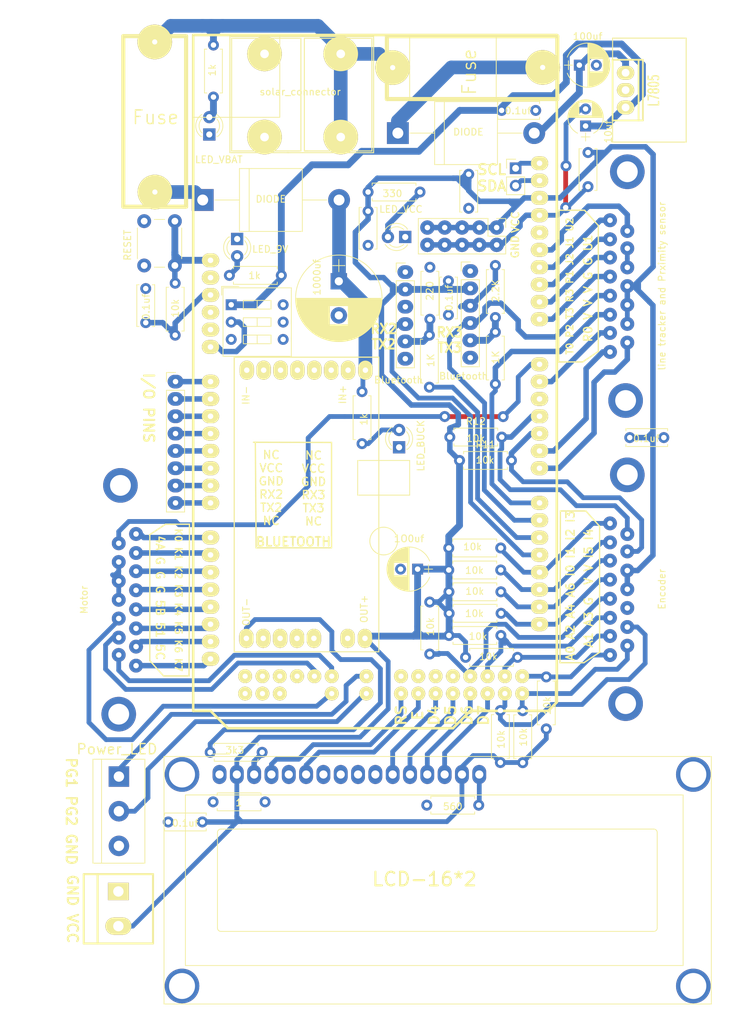
<source format=kicad_pcb>
(kicad_pcb (version 20171130) (host pcbnew no-vcs-found-b395b55~61~ubuntu17.10.1)
  (layers (0 F.Cu signal) (31 B.Cu signal) (34 B.Paste user) (35 F.Paste user) (36 B.SilkS user) (37 F.SilkS user) (38 B.Mask user) (39 F.Mask user) (44 Edge.Cuts user))
  (net 0 "")
  (net 1 GND)
  (net 2 VCC)
  (net 3 +9V)
  (net 4 "Net-(C10-Pad1)")
  (net 5 /Sheet5A3DEB09/buck)
  (net 6 "Net-(D1-Pad2)")
  (net 7 "Net-(D2-Pad2)")
  (net 8 "Net-(D3-Pad1)")
  (net 9 "Net-(D4-Pad1)")
  (net 10 "Net-(D5-Pad2)")
  (net 11 "Net-(D6-Pad2)")
  (net 12 /PC6)
  (net 13 /PC4)
  (net 14 /PC0)
  (net 15 "Net-(DS1-Pad3)")
  (net 16 +12V)
  (net 17 "Net-(J2-Pad5)")
  (net 18 /RX2)
  (net 19 /OC5C)
  (net 20 /OC5A)
  (net 21 /OC5B)
  (net 22 /OC4A)
  (net 23 /PK7)
  (net 24 /PK6)
  (net 25 /PK5)
  (net 26 /PK4)
  (net 27 /PK3)
  (net 28 /PK2)
  (net 29 /PK1)
  (net 30 /PK0)
  (net 31 /PG0)
  (net 32 /RX3)
  (net 33 "Net-(J5-Pad5)")
  (net 34 /PA5)
  (net 35 /PA3)
  (net 36 /PA1)
  (net 37 /INT3)
  (net 38 /INT5)
  (net 39 /PA4)
  (net 40 /PA2)
  (net 41 /PA0)
  (net 42 /INT2)
  (net 43 /INT4)
  (net 44 /PF7)
  (net 45 /PF6)
  (net 46 /PF5)
  (net 47 /PF4)
  (net 48 /PF3)
  (net 49 /PF2)
  (net 50 /PF1)
  (net 51 /PF0)
  (net 52 /JPULSE1)
  (net 53 /TX0)
  (net 54 /TX3)
  (net 55 /RX0)
  (net 56 /TX2)
  (net 57 /RESET)
  (net 58 /5V)
  (net 59 /VIN)
  (net 60 /UEN1)
  (net 61 /UEN2)
  (net 62 /JPULSE2)
  (net 63 /OC4C)
  (net 64 /INT0)
  (net 65 /OC3A)
  (net 66 "Net-(DS1-Pad10)")
  (net 67 "Net-(DS1-Pad9)")
  (net 68 "Net-(DS1-Pad8)")
  (net 69 "Net-(DS1-Pad7)")
  (net 70 /E)
  (net 71 "Net-(J2-Pad6)")
  (net 72 "Net-(J2-Pad1)")
  (net 73 "Net-(J5-Pad1)")
  (net 74 "Net-(J5-Pad6)")
  (net 75 /INT1)
  (net 76 "Net-(U1-PadGND2)")
  (net 77 "Net-(U1-PadGND1)")
  (net 78 "Net-(U1-Pad3V3)")
  (net 79 "Net-(U1-Pad4)")
  (net 80 "Net-(U1-Pad13)")
  (net 81 /PA7)
  (net 82 /PG1)
  (net 83 /PL1)
  (net 84 /MISO)
  (net 85 /MOSI)
  (net 86 /SCK)
  (net 87 /PB0)
  (net 88 "Net-(U1-PadGND4)")
  (net 89 "Net-(U1-PadGND5)")
  (net 90 /PA6)
  (net 91 "Net-(DS1-Pad16)")
  (module Mods:ARDUINO_MEGA_SHIELD (layer F.Cu) (at 61.2902 24.9174 270)
    (fp_text reference U1 hide)
    (fp_text value Arduino_Mega hide)
    (pad 21 thru_hole oval (at 18.796 -50.8) (size 2.54 2.032) (drill 0.8128) (layers *.Cu *.Mask F.SilkS) (net 64 /INT0))
    (pad 20 thru_hole oval (at 21.336 -50.8) (size 2.54 2.032) (drill 0.8128) (layers *.Cu *.Mask F.SilkS) (net 75 /INT1))
    (pad 14 thru_hole oval (at 68.58 -50.8) (size 2.54 2.032) (drill 0.8128) (layers *.Cu *.Mask F.SilkS) (net 54 /TX3))
    (pad 15 thru_hole oval (at 71.12 -50.8) (size 2.54 2.032) (drill 0.8128) (layers *.Cu *.Mask F.SilkS) (net 32 /RX3))
    (pad 16 thru_hole oval (at 73.66 -50.8) (size 2.54 2.032) (drill 0.8128) (layers *.Cu *.Mask F.SilkS) (net 56 /TX2))
    (pad 17 thru_hole oval (at 76.2 -50.8) (size 2.54 2.032) (drill 0.8128) (layers *.Cu *.Mask F.SilkS) (net 18 /RX2))
    (pad 18 thru_hole oval (at 78.74 -50.8) (size 2.54 2.032) (drill 0.8128) (layers *.Cu *.Mask F.SilkS) (net 37 /INT3))
    (pad 19 thru_hole oval (at 81.28 -50.8) (size 2.54 2.032) (drill 0.8128) (layers *.Cu *.Mask F.SilkS) (net 42 /INT2))
    (pad 20 thru_hole oval (at 83.82 -50.8) (size 2.54 2.032) (drill 0.8128) (layers *.Cu *.Mask F.SilkS) (net 75 /INT1))
    (pad 21 thru_hole oval (at 86.36 -50.8) (size 2.54 2.032) (drill 0.8128) (layers *.Cu *.Mask F.SilkS) (net 64 /INT0))
    (pad AD15 thru_hole oval (at 91.44 -2.54) (size 2.54 2.032) (drill 0.8128) (layers *.Cu *.Mask F.SilkS) (net 23 /PK7))
    (pad AD14 thru_hole oval (at 88.9 -2.54) (size 2.54 2.032) (drill 0.8128) (layers *.Cu *.Mask F.SilkS) (net 24 /PK6))
    (pad AD13 thru_hole oval (at 86.36 -2.54) (size 2.54 2.032) (drill 0.8128) (layers *.Cu *.Mask F.SilkS) (net 25 /PK5))
    (pad AD12 thru_hole oval (at 83.82 -2.54) (size 2.54 2.032) (drill 0.8128) (layers *.Cu *.Mask F.SilkS) (net 26 /PK4))
    (pad AD8 thru_hole oval (at 73.66 -2.54) (size 2.54 2.032) (drill 0.8128) (layers *.Cu *.Mask F.SilkS) (net 30 /PK0))
    (pad AD7 thru_hole oval (at 68.58 -2.54) (size 2.54 2.032) (drill 0.8128) (layers *.Cu *.Mask F.SilkS) (net 44 /PF7))
    (pad AD6 thru_hole oval (at 66.04 -2.54) (size 2.54 2.032) (drill 0.8128) (layers *.Cu *.Mask F.SilkS) (net 45 /PF6))
    (pad AD9 thru_hole oval (at 76.2 -2.54) (size 2.54 2.032) (drill 0.8128) (layers *.Cu *.Mask F.SilkS) (net 29 /PK1))
    (pad AD10 thru_hole oval (at 78.74 -2.54) (size 2.54 2.032) (drill 0.8128) (layers *.Cu *.Mask F.SilkS) (net 28 /PK2))
    (pad AD11 thru_hole oval (at 81.28 -2.54) (size 2.54 2.032) (drill 0.8128) (layers *.Cu *.Mask F.SilkS) (net 27 /PK3))
    (pad AD5 thru_hole oval (at 63.5 -2.54) (size 2.54 2.032) (drill 0.8128) (layers *.Cu *.Mask F.SilkS) (net 46 /PF5))
    (pad AD4 thru_hole oval (at 60.96 -2.54) (size 2.54 2.032) (drill 0.8128) (layers *.Cu *.Mask F.SilkS) (net 47 /PF4))
    (pad AD3 thru_hole oval (at 58.42 -2.54) (size 2.54 2.032) (drill 0.8128) (layers *.Cu *.Mask F.SilkS) (net 48 /PF3))
    (pad AD0 thru_hole oval (at 50.8 -2.54) (size 2.54 2.032) (drill 0.8128) (layers *.Cu *.Mask F.SilkS) (net 51 /PF0))
    (pad AD1 thru_hole oval (at 53.34 -2.54) (size 2.54 2.032) (drill 0.8128) (layers *.Cu *.Mask F.SilkS) (net 50 /PF1))
    (pad AD2 thru_hole oval (at 55.88 -2.54) (size 2.54 2.032) (drill 0.8128) (layers *.Cu *.Mask F.SilkS) (net 49 /PF2))
    (pad V_IN thru_hole oval (at 45.72 -2.54) (size 2.54 2.032) (drill 0.8128) (layers *.Cu *.Mask F.SilkS) (net 59 /VIN))
    (pad GND2 thru_hole oval (at 43.18 -2.54) (size 2.54 2.032) (drill 0.8128) (layers *.Cu *.Mask F.SilkS) (net 76 "Net-(U1-PadGND2)"))
    (pad GND1 thru_hole oval (at 40.64 -2.54) (size 2.54 2.032) (drill 0.8128) (layers *.Cu *.Mask F.SilkS) (net 77 "Net-(U1-PadGND1)"))
    (pad 3V3 thru_hole oval (at 35.56 -2.54) (size 2.54 2.032) (drill 0.8128) (layers *.Cu *.Mask F.SilkS) (net 78 "Net-(U1-Pad3V3)"))
    (pad RST thru_hole oval (at 33.02 -2.54) (size 2.54 2.032) (drill 0.8128) (layers *.Cu *.Mask F.SilkS) (net 57 /RESET))
    (pad 0 thru_hole oval (at 63.5 -50.8) (size 2.54 2.032) (drill 0.8128) (layers *.Cu *.Mask F.SilkS) (net 55 /RX0))
    (pad 1 thru_hole oval (at 60.96 -50.8) (size 2.54 2.032) (drill 0.8128) (layers *.Cu *.Mask F.SilkS) (net 53 /TX0))
    (pad 2 thru_hole oval (at 58.42 -50.8) (size 2.54 2.032) (drill 0.8128) (layers *.Cu *.Mask F.SilkS) (net 43 /INT4))
    (pad 3 thru_hole oval (at 55.88 -50.8) (size 2.54 2.032) (drill 0.8128) (layers *.Cu *.Mask F.SilkS) (net 38 /INT5))
    (pad 4 thru_hole oval (at 53.34 -50.8) (size 2.54 2.032) (drill 0.8128) (layers *.Cu *.Mask F.SilkS) (net 79 "Net-(U1-Pad4)"))
    (pad 5 thru_hole oval (at 50.8 -50.8) (size 2.54 2.032) (drill 0.8128) (layers *.Cu *.Mask F.SilkS) (net 65 /OC3A))
    (pad 6 thru_hole oval (at 48.26 -50.8) (size 2.54 2.032) (drill 0.8128) (layers *.Cu *.Mask F.SilkS) (net 22 /OC4A))
    (pad 8 thru_hole oval (at 41.656 -50.8) (size 2.54 2.032) (drill 0.8128) (layers *.Cu *.Mask F.SilkS) (net 63 /OC4C))
    (pad 9 thru_hole oval (at 39.116 -50.8) (size 2.54 2.032) (drill 0.8128) (layers *.Cu *.Mask F.SilkS) (net 62 /JPULSE2))
    (pad 10 thru_hole oval (at 36.576 -50.8) (size 2.54 2.032) (drill 0.8128) (layers *.Cu *.Mask F.SilkS) (net 52 /JPULSE1))
    (pad 11 thru_hole oval (at 34.036 -50.8) (size 2.54 2.032) (drill 0.8128) (layers *.Cu *.Mask F.SilkS) (net 61 /UEN2))
    (pad 12 thru_hole oval (at 31.496 -50.8) (size 2.54 2.032) (drill 0.8128) (layers *.Cu *.Mask F.SilkS) (net 60 /UEN1))
    (pad 13 thru_hole oval (at 28.956 -50.8) (size 2.54 2.032) (drill 0.8128) (layers *.Cu *.Mask F.SilkS) (net 80 "Net-(U1-Pad13)"))
    (pad GND3 thru_hole oval (at 26.416 -50.8) (size 2.54 2.032) (drill 0.8128) (layers *.Cu *.Mask F.SilkS) (net 1 GND))
    (pad AREF thru_hole oval (at 23.876 -50.8) (size 2.54 2.032) (drill 0.8128) (layers *.Cu *.Mask F.SilkS) (net 2 VCC))
    (pad 5V thru_hole oval (at 38.1 -2.54) (size 2.54 2.032) (drill 0.8128) (layers *.Cu *.Mask F.SilkS) (net 58 /5V))
    (pad 22 thru_hole circle (at 93.98 -48.26 270) (size 2.032 2.032) (drill 0.762) (layers *.Cu *.Mask F.SilkS) (net 41 /PA0))
    (pad 23 thru_hole circle (at 96.52 -48.26 270) (size 2.032 2.032) (drill 0.762) (layers *.Cu *.Mask F.SilkS) (net 36 /PA1))
    (pad 24 thru_hole circle (at 93.98 -45.72 270) (size 2.032 2.032) (drill 0.762) (layers *.Cu *.Mask F.SilkS) (net 40 /PA2))
    (pad 25 thru_hole circle (at 96.52 -45.72 270) (size 2.032 2.032) (drill 0.762) (layers *.Cu *.Mask F.SilkS) (net 35 /PA3))
    (pad 26 thru_hole circle (at 93.98 -43.18 270) (size 2.032 2.032) (drill 0.762) (layers *.Cu *.Mask F.SilkS) (net 39 /PA4))
    (pad 27 thru_hole circle (at 96.52 -43.18 270) (size 2.032 2.032) (drill 0.762) (layers *.Cu *.Mask F.SilkS) (net 34 /PA5))
    (pad 28 thru_hole circle (at 93.98 -40.64 270) (size 2.032 2.032) (drill 0.762) (layers *.Cu *.Mask F.SilkS) (net 90 /PA6))
    (pad 29 thru_hole circle (at 96.52 -40.64 270) (size 2.032 2.032) (drill 0.762) (layers *.Cu *.Mask F.SilkS) (net 81 /PA7))
    (pad 31 thru_hole circle (at 96.52 -38.1 270) (size 2.032 2.032) (drill 0.762) (layers *.Cu *.Mask F.SilkS) (net 12 /PC6))
    (pad 30 thru_hole circle (at 93.98 -38.1 270) (size 2.032 2.032) (drill 0.762) (layers *.Cu *.Mask F.SilkS))
    (pad 32 thru_hole circle (at 93.98 -35.56 270) (size 2.032 2.032) (drill 0.762) (layers *.Cu *.Mask F.SilkS))
    (pad 33 thru_hole circle (at 96.52 -35.56 270) (size 2.032 2.032) (drill 0.762) (layers *.Cu *.Mask F.SilkS) (net 13 /PC4))
    (pad 34 thru_hole circle (at 93.98 -33.02 270) (size 2.032 2.032) (drill 0.762) (layers *.Cu *.Mask F.SilkS))
    (pad 35 thru_hole circle (at 96.52 -33.02 270) (size 2.032 2.032) (drill 0.762) (layers *.Cu *.Mask F.SilkS) (net 70 /E))
    (pad 36 thru_hole circle (at 93.98 -30.48 270) (size 2.032 2.032) (drill 0.762) (layers *.Cu *.Mask F.SilkS))
    (pad 37 thru_hole circle (at 96.52 -30.48 270) (size 2.032 2.032) (drill 0.762) (layers *.Cu *.Mask F.SilkS) (net 14 /PC0))
    (pad 40 thru_hole circle (at 93.98 -25.4 270) (size 2.032 2.032) (drill 0.762) (layers *.Cu *.Mask F.SilkS) (net 82 /PG1))
    (pad 41 thru_hole circle (at 96.52 -25.4 270) (size 2.032 2.032) (drill 0.762) (layers *.Cu *.Mask F.SilkS) (net 31 /PG0))
    (pad 44 thru_hole circle (at 93.98 -20.32 270) (size 2.032 2.032) (drill 0.762) (layers *.Cu *.Mask F.SilkS) (net 19 /OC5C))
    (pad 45 thru_hole circle (at 96.52 -20.32 270) (size 2.032 2.032) (drill 0.762) (layers *.Cu *.Mask F.SilkS) (net 21 /OC5B))
    (pad 46 thru_hole circle (at 93.98 -17.78 270) (size 2.032 2.032) (drill 0.762) (layers *.Cu *.Mask F.SilkS) (net 20 /OC5A))
    (pad 48 thru_hole circle (at 93.98 -15.24 270) (size 2.032 2.032) (drill 0.762) (layers *.Cu *.Mask F.SilkS) (net 83 /PL1))
    (pad 50 thru_hole circle (at 93.98 -12.7 270) (size 2.032 2.032) (drill 0.762) (layers *.Cu *.Mask F.SilkS) (net 84 /MISO))
    (pad 51 thru_hole circle (at 96.52 -12.7 270) (size 2.032 2.032) (drill 0.762) (layers *.Cu *.Mask F.SilkS) (net 85 /MOSI))
    (pad 52 thru_hole circle (at 93.98 -10.16 270) (size 2.032 2.032) (drill 0.762) (layers *.Cu *.Mask F.SilkS) (net 86 /SCK))
    (pad 53 thru_hole circle (at 96.52 -10.16 270) (size 2.032 2.032) (drill 0.762) (layers *.Cu *.Mask F.SilkS) (net 87 /PB0))
    (pad GND4 thru_hole circle (at 93.98 -7.62 270) (size 2.032 2.032) (drill 0.762) (layers *.Cu *.Mask F.SilkS) (net 88 "Net-(U1-PadGND4)"))
    (pad GND5 thru_hole circle (at 96.52 -7.62 270) (size 2.032 2.032) (drill 0.762) (layers *.Cu *.Mask F.SilkS) (net 89 "Net-(U1-PadGND5)"))
  )
  (module Diodes_THT:D_P600_R-6_P20.00mm_Horizontal (layer F.Cu) (at 62.6872 49.0982)
    (fp_text reference D4 hide)
    (fp_text value DIODE (at 9.9822 -0.127) (layer F.SilkS))
    (pad 1 thru_hole rect (at 0 0) (size 3.2 3.2) (drill 1.6) (layers *.Cu *.Mask) (net 9 "Net-(D4-Pad1)"))
    (pad 2 thru_hole oval (at 20 0) (size 3.2 3.2) (drill 1.6) (layers *.Cu *.Mask) (net 5 /Sheet5A3DEB09/buck))
  )
  (module Mods:FUSE (layer F.Cu) (at 101.981 30.2006)
    (fp_text reference F1 hide)
    (fp_text value Fuse (at -0.2032 0.127 -90) (layer F.SilkS) (effects (font (size 2 2) (thickness 0.2))))
    (pad 2 thru_hole circle (at -11.4309 -0.5054 90) (size 5.08 5.08) (drill 0.762) (layers *.Cu *.Mask F.SilkS) (net 16 +12V))
    (pad 1 thru_hole circle (at 10.5691 -0.5304 90) (size 5.08 5.08) (drill 0.762) (layers *.Cu *.Mask F.SilkS) (net 8 "Net-(D3-Pad1)"))
  )
  (module Mods:Buck (layer F.Cu) (at 67.31 72.136)
    (fp_text reference U3 hide)
    (fp_text value LM2596-PSU hide)
    (fp_text user IN+ (at 15.9004 5.4864 90) (layer F.SilkS))
    (fp_text user IN- (at 1.7145 5.588 90) (layer F.SilkS))
    (fp_text user OUT+ (at 19.05 36.8935 90) (layer F.SilkS))
    (fp_text user OUT- (at 1.778 37.338 90) (layer F.SilkS))
    (pad 12 thru_hole oval (at 16.7005 1.905) (size 2.1 2.8) (drill 0.8) (layers *.Cu *.Mask F.SilkS))
    (pad 11 thru_hole oval (at 14.224 1.905) (size 2.1 2.8) (drill 0.8) (layers *.Cu *.Mask F.SilkS))
    (pad 10 thru_hole oval (at 11.7475 1.905) (size 2.1 2.8) (drill 0.8) (layers *.Cu *.Mask F.SilkS))
    (pad 9 thru_hole oval (at 9.271 1.905) (size 2.1 2.8) (drill 0.8) (layers *.Cu *.Mask F.SilkS))
    (pad 8 thru_hole oval (at 6.7945 1.905) (size 2.1 2.8) (drill 0.8) (layers *.Cu *.Mask F.SilkS))
    (pad 7 thru_hole oval (at 4.318 1.905) (size 2.1 2.8) (drill 0.8) (layers *.Cu *.Mask F.SilkS))
    (pad 2 thru_hole oval (at 1.8415 1.905) (size 2.1 2.8) (drill 0.8) (layers *.Cu *.Mask F.SilkS) (net 1 GND))
    (pad 1 thru_hole oval (at 19.2405 1.905) (size 2.1 2.8) (drill 0.8) (layers *.Cu *.Mask F.SilkS) (net 5 /Sheet5A3DEB09/buck))
    (pad 1 thru_hole oval (at 19.177 41.2115) (size 2.1 2.8) (drill 0.8) (layers *.Cu *.Mask F.SilkS) (net 5 /Sheet5A3DEB09/buck))
    (pad 2 thru_hole oval (at 1.778 41.2115) (size 2.1 2.8) (drill 0.8) (layers *.Cu *.Mask F.SilkS) (net 1 GND))
    (pad 7 thru_hole oval (at 4.2545 41.2115) (size 2.1 2.8) (drill 0.8) (layers *.Cu *.Mask F.SilkS))
    (pad 8 thru_hole oval (at 6.731 41.2115) (size 2.1 2.8) (drill 0.8) (layers *.Cu *.Mask F.SilkS))
    (pad 9 thru_hole oval (at 9.2075 41.2115) (size 2.1 2.8) (drill 0.8) (layers *.Cu *.Mask F.SilkS))
    (pad 10 thru_hole oval (at 11.684 41.2115) (size 2.1 2.8) (drill 0.8) (layers *.Cu *.Mask F.SilkS))
    (pad 12 thru_hole oval (at 16.637 41.2115) (size 2.1 2.8) (drill 0.8) (layers *.Cu *.Mask F.SilkS))
  )
  (module Pin_Headers:Pin_Header_Straight_2x05_Pitch2.54mm (layer F.Cu) (at 105.8037 53.1368 270)
    (fp_text reference J1 hide)
    (fp_text value VCC (at -0.7874 -2.7432 90) (layer F.SilkS) (effects (font (size 1.1 1.1) (thickness 0.2))))
    (pad 1 thru_hole oval (at 0 0 270) (size 2.1 2.1) (drill 0.8) (layers *.Cu *.Mask) (net 2 VCC))
    (pad 2 thru_hole oval (at 2.54 0 270) (size 2.1 2.1) (drill 0.8) (layers *.Cu *.Mask) (net 1 GND))
    (pad 3 thru_hole oval (at 0 2.54 270) (size 2.1 2.1) (drill 0.8) (layers *.Cu *.Mask) (net 2 VCC))
    (pad 4 thru_hole oval (at 2.54 2.54 270) (size 2.1 2.1) (drill 0.8) (layers *.Cu *.Mask) (net 1 GND))
    (pad 5 thru_hole oval (at 0 5.08 270) (size 2.1 2.1) (drill 0.8) (layers *.Cu *.Mask) (net 2 VCC))
    (pad 6 thru_hole oval (at 2.54 5.08 270) (size 2.1 2.1) (drill 0.8) (layers *.Cu *.Mask) (net 1 GND))
    (pad 7 thru_hole oval (at 0 7.62 270) (size 2.1 2.1) (drill 0.8) (layers *.Cu *.Mask) (net 2 VCC))
    (pad 8 thru_hole oval (at 2.54 7.62 270) (size 2.1 2.1) (drill 0.8) (layers *.Cu *.Mask) (net 1 GND))
    (pad 9 thru_hole oval (at 0 10.16 270) (size 2.1 2.1) (drill 0.8) (layers *.Cu *.Mask) (net 2 VCC))
    (pad 10 thru_hole oval (at 2.54 10.16 270) (size 2.1 2.1) (drill 0.8) (layers *.Cu *.Mask) (net 1 GND))
  )
  (module Pin_Headers:Pin_Header_Straight_1x06_Pitch2.54mm (layer F.Cu) (at 92.4052 59.6646)
    (fp_text reference J2 hide)
    (fp_text value Bluetooth (at -1.0033 15.8115) (layer F.SilkS))
    (pad 6 thru_hole oval (at 0 12.7) (size 2.3 2) (drill 0.8) (layers *.Cu *.Mask) (net 71 "Net-(J2-Pad6)"))
    (pad 5 thru_hole oval (at 0 10.16) (size 2.3 2) (drill 0.8) (layers *.Cu *.Mask) (net 17 "Net-(J2-Pad5)"))
    (pad 4 thru_hole oval (at 0 7.62) (size 2.3 2) (drill 0.8) (layers *.Cu *.Mask) (net 18 /RX2))
    (pad 3 thru_hole oval (at 0 5.08) (size 2.3 2) (drill 0.8) (layers *.Cu *.Mask) (net 1 GND))
    (pad 2 thru_hole oval (at 0 2.54) (size 2.3 2) (drill 0.8) (layers *.Cu *.Mask) (net 2 VCC))
    (pad 1 thru_hole oval (at 0 0) (size 2.3 2) (drill 0.8) (layers *.Cu *.Mask) (net 72 "Net-(J2-Pad1)"))
  )
  (module Pin_Headers:Pin_Header_Straight_1x06_Pitch2.54mm (layer F.Cu) (at 101.9302 59.5122)
    (fp_text reference J5 hide)
    (fp_text value Bluetooth (at -0.9906 15.3924) (layer F.SilkS))
    (pad 1 thru_hole oval (at 0 0) (size 2.3 2) (drill 0.8) (layers *.Cu *.Mask) (net 73 "Net-(J5-Pad1)"))
    (pad 2 thru_hole oval (at 0 2.54) (size 2.3 2) (drill 0.8) (layers *.Cu *.Mask) (net 2 VCC))
    (pad 3 thru_hole oval (at 0 5.08) (size 2.3 2) (drill 0.8) (layers *.Cu *.Mask) (net 1 GND))
    (pad 4 thru_hole oval (at 0 7.62) (size 2.3 2) (drill 0.8) (layers *.Cu *.Mask) (net 32 /RX3))
    (pad 5 thru_hole oval (at 0 10.16) (size 2.3 2) (drill 0.8) (layers *.Cu *.Mask) (net 33 "Net-(J5-Pad5)"))
    (pad 6 thru_hole oval (at 0 12.7) (size 2.3 2) (drill 0.8) (layers *.Cu *.Mask) (net 74 "Net-(J5-Pad6)"))
  )
  (module Pin_Headers:Pin_Header_Straight_1x08_Pitch2.54mm (layer F.Cu) (at 58.6994 75.7174)
    (fp_text reference J7 hide)
    (fp_text value "I/O Pins ")
    (pad 8 thru_hole oval (at 0 17.78) (size 2.3 2) (drill 0.8) (layers *.Cu *.Mask) (net 44 /PF7))
    (pad 7 thru_hole oval (at 0 15.24) (size 2.3 2) (drill 0.8) (layers *.Cu *.Mask) (net 45 /PF6))
    (pad 6 thru_hole oval (at 0 12.7) (size 2.3 2) (drill 0.8) (layers *.Cu *.Mask) (net 46 /PF5))
    (pad 5 thru_hole oval (at 0 10.16) (size 2.3 2) (drill 0.8) (layers *.Cu *.Mask) (net 47 /PF4))
    (pad 4 thru_hole oval (at 0 7.62) (size 2.3 2) (drill 0.8) (layers *.Cu *.Mask) (net 48 /PF3))
    (pad 3 thru_hole oval (at 0 5.08) (size 2.3 2) (drill 0.8) (layers *.Cu *.Mask) (net 49 /PF2))
    (pad 2 thru_hole oval (at 0 2.54) (size 2.3 2) (drill 0.8) (layers *.Cu *.Mask) (net 50 /PF1))
    (pad 1 thru_hole oval (at 0 0) (size 2.3 2) (drill 0.8) (layers *.Cu *.Mask) (net 51 /PF0))
  )
  (module Mods:Cap_100uF (layer F.Cu) (at 94.2086 103.2002 180)
    (fp_text reference C13 hide)
    (fp_text value 1O0uf (at 1.25 4.46 180) (layer F.SilkS))
    (pad 2 thru_hole circle (at 2.5 0 180) (size 1.6 1.6) (drill 0.8) (layers *.Cu *.Mask) (net 1 GND))
    (pad 1 thru_hole rect (at 0 0 180) (size 1.6 1.6) (drill 0.8) (layers *.Cu *.Mask) (net 2 VCC))
  )
  (module Mods:LCD-16*2 (layer F.Cu) (at 65.151 133.2992)
    (fp_text reference DS1 hide)
    (fp_text value LCD-16*2 (at 30.0609 15.3416) (layer F.SilkS) (effects (font (size 2 2) (thickness 0.3))))
    (pad "" thru_hole circle (at 69.5 0) (size 5.08 5.08) (drill 3.81) (layers *.Cu *.Mask))
    (pad "" thru_hole circle (at 69.49948 31.0007) (size 5.08 5.08) (drill 3.81) (layers *.Cu *.Mask))
    (pad "" thru_hole circle (at -5.4991 31.0007) (size 5.08 5.08) (drill 3.81) (layers *.Cu *.Mask))
    (pad "" thru_hole circle (at -5.4991 0) (size 5.08 5.08) (drill 3.81) (layers *.Cu *.Mask))
    (pad 16 thru_hole oval (at 38.1 0) (size 2.032 2.794) (drill 1.2) (layers *.Cu *.Mask) (net 91 "Net-(DS1-Pad16)"))
    (pad 15 thru_hole oval (at 35.56 0) (size 2.032 2.794) (drill 1.2) (layers *.Cu *.Mask) (net 2 VCC))
    (pad 14 thru_hole oval (at 33.02 0) (size 2.032 2.794) (drill 1.2) (layers *.Cu *.Mask) (net 34 /PA5))
    (pad 13 thru_hole oval (at 30.48 0) (size 2.032 2.794) (drill 1.2) (layers *.Cu *.Mask) (net 81 /PA7))
    (pad 12 thru_hole oval (at 27.94 0) (size 2.032 2.794) (drill 1.2) (layers *.Cu *.Mask) (net 12 /PC6))
    (pad 11 thru_hole oval (at 25.4 0) (size 2.032 2.794) (drill 1.2) (layers *.Cu *.Mask) (net 13 /PC4))
    (pad 10 thru_hole oval (at 22.86 0) (size 2.032 2.794) (drill 1.2) (layers *.Cu *.Mask) (net 66 "Net-(DS1-Pad10)"))
    (pad 9 thru_hole oval (at 20.32 0) (size 2.032 2.794) (drill 1.2) (layers *.Cu *.Mask) (net 67 "Net-(DS1-Pad9)"))
    (pad 8 thru_hole oval (at 17.78 0) (size 2.032 2.794) (drill 1.2) (layers *.Cu *.Mask) (net 68 "Net-(DS1-Pad8)"))
    (pad 7 thru_hole oval (at 15.24 0) (size 2.032 2.794) (drill 1.2) (layers *.Cu *.Mask) (net 69 "Net-(DS1-Pad7)"))
    (pad 6 thru_hole oval (at 12.7 0) (size 2.032 2.794) (drill 1.2) (layers *.Cu *.Mask) (net 70 /E))
    (pad 5 thru_hole oval (at 10.16 0) (size 2.032 2.794) (drill 1.2) (layers *.Cu *.Mask) (net 1 GND))
    (pad 4 thru_hole oval (at 7.62 0) (size 2.032 2.794) (drill 1.2) (layers *.Cu *.Mask) (net 14 /PC0))
    (pad 3 thru_hole oval (at 5.08 0) (size 2.032 2.794) (drill 1.2) (layers *.Cu *.Mask) (net 15 "Net-(DS1-Pad3)"))
    (pad 2 thru_hole oval (at 2.54 0) (size 2.032 2.794) (drill 1.2) (layers *.Cu *.Mask) (net 2 VCC))
    (pad 1 thru_hole oval (at 0 0) (size 2.032 2.794) (drill 1.2) (layers *.Cu *.Mask) (net 1 GND))
  )
  (module Mods:bornier2-medium (layer F.Cu) (at 50.3174 152.9842 270)
    (fp_text reference J11 hide)
    (fp_text value Conn_01x02 hide)
    (pad 1 thru_hole rect (at -2.54 0 270) (size 2.54 3.048) (drill 1.524) (layers *.Cu *.Mask F.SilkS) (net 1 GND))
    (pad 2 thru_hole oval (at 2.54 0 270) (size 2.54 3.81) (drill 1.524) (layers *.Cu *.Mask F.SilkS) (net 2 VCC))
  )
  (module Mods:SolarConn (layer F.Cu) (at 77.343 39.878)
    (fp_text reference J10 hide)
    (fp_text value solar_connector (at -0.3556 -6.6294) (layer F.SilkS))
    (pad 2 thru_hole circle (at 5.588 0) (size 5.08 5.08) (drill 1.27) (layers *.Cu *.Mask F.SilkS) (net 16 +12V))
    (pad 1 thru_hole circle (at -5.588 0) (size 5.08 5.08) (drill 1.27) (layers *.Cu *.Mask F.SilkS) (net 1 GND))
    (pad 2 thru_hole circle (at 5.588 -12.192) (size 5.08 5.08) (drill 1.27) (layers *.Cu *.Mask F.SilkS) (net 16 +12V))
    (pad 1 thru_hole circle (at -5.588 -12.192) (size 5.08 5.08) (drill 1.27) (layers *.Cu *.Mask F.SilkS) (net 1 GND))
  )
  (module LEDs:LED_D3.0mm (layer F.Cu) (at 67.7418 54.8132 270)
    (fp_text reference D2 hide)
    (fp_text value LED_9V (at 1.4986 -4.8514) (layer F.SilkS))
    (pad 2 thru_hole circle (at 2.54 0 270) (size 1.8 1.8) (drill 0.9) (layers *.Cu *.Mask) (net 7 "Net-(D2-Pad2)"))
    (pad 1 thru_hole rect (at 0 0 270) (size 1.8 1.8) (drill 0.9) (layers *.Cu *.Mask) (net 1 GND))
  )
  (module Capacitors_THT:C_Disc_D6.0mm_W2.5mm_P5.00mm (layer F.Cu) (at 54.3306 62.0776 270)
    (fp_text reference C1 hide)
    (fp_text value 0.1uf (at 2.6924 -0.0508 270) (layer F.SilkS))
    (pad 2 thru_hole circle (at 5 0 270) (size 1.6 1.6) (drill 0.8) (layers *.Cu *.Mask) (net 58 /5V))
    (pad 1 thru_hole circle (at 0 0 270) (size 1.6 1.6) (drill 0.8) (layers *.Cu *.Mask) (net 1 GND))
  )
  (module Capacitors_THT:C_Disc_D6.0mm_W2.5mm_P5.00mm (layer F.Cu) (at 101.7016 50.3174 90)
    (fp_text reference C2 hide)
    (fp_text value 0.1uf)
    (pad 1 thru_hole circle (at 0 0 90) (size 1.6 1.6) (drill 0.8) (layers *.Cu *.Mask) (net 1 GND))
    (pad 2 thru_hole circle (at 5 0 90) (size 1.6 1.6) (drill 0.8) (layers *.Cu *.Mask) (net 2 VCC))
  )
  (module Capacitors_THT:C_Disc_D6.0mm_W2.5mm_P5.00mm (layer F.Cu) (at 119.2022 42.1386 270)
    (fp_text reference C3 hide)
    (fp_text value 0.1uf)
    (pad 1 thru_hole circle (at 0 0 270) (size 1.6 1.6) (drill 0.8) (layers *.Cu *.Mask) (net 2 VCC))
    (pad 2 thru_hole circle (at 5 0 270) (size 1.6 1.6) (drill 0.8) (layers *.Cu *.Mask) (net 1 GND))
  )
  (module Capacitors_THT:C_Disc_D6.0mm_W2.5mm_P5.00mm (layer F.Cu) (at 57.6326 140.2588)
    (fp_text reference C4 hide)
    (fp_text value 0.1uf (at 2.4892 0.1778) (layer F.SilkS))
    (pad 1 thru_hole circle (at 0 0) (size 1.6 1.6) (drill 0.8) (layers *.Cu *.Mask) (net 1 GND))
    (pad 2 thru_hole circle (at 5 0) (size 1.6 1.6) (drill 0.8) (layers *.Cu *.Mask) (net 2 VCC))
  )
  (module Capacitors_THT:C_Disc_D6.0mm_W2.5mm_P5.00mm (layer F.Cu) (at 125.3236 83.9216)
    (fp_text reference C5 hide)
    (fp_text value 0.1uf (at 2.4384 0.127) (layer F.SilkS))
    (pad 2 thru_hole circle (at 5 0) (size 1.6 1.6) (drill 0.8) (layers *.Cu *.Mask) (net 1 GND))
    (pad 1 thru_hole circle (at 0 0) (size 1.6 1.6) (drill 0.8) (layers *.Cu *.Mask) (net 2 VCC))
  )
  (module Capacitors_THT:C_Disc_D6.0mm_W2.5mm_P5.00mm (layer F.Cu) (at 98.7298 60.96 270)
    (fp_text reference C6 hide)
    (fp_text value 0.1uf (at 2.4892 -0.1016 270) (layer F.SilkS))
    (pad 1 thru_hole circle (at 0 0 270) (size 1.6 1.6) (drill 0.8) (layers *.Cu *.Mask) (net 2 VCC))
    (pad 2 thru_hole circle (at 5 0 270) (size 1.6 1.6) (drill 0.8) (layers *.Cu *.Mask) (net 1 GND))
  )
  (module Capacitors_THT:C_Disc_D6.0mm_W2.5mm_P5.00mm (layer F.Cu) (at 111.5314 35.9664 180)
    (fp_text reference C8 hide)
    (fp_text value 0.1uf (at 2.5908 -0.0508 180) (layer F.SilkS))
    (pad 1 thru_hole circle (at 0 0 180) (size 1.6 1.6) (drill 0.8) (layers *.Cu *.Mask) (net 1 GND))
    (pad 2 thru_hole circle (at 5 0 180) (size 1.6 1.6) (drill 0.8) (layers *.Cu *.Mask) (net 3 +9V))
  )
  (module Capacitors_THT:C_Disc_D6.0mm_W2.5mm_P5.00mm (layer F.Cu) (at 86.9442 55.7403 90)
    (fp_text reference C9 hide)
    (fp_text value C hide)
    (pad 2 thru_hole circle (at 5 0 90) (size 1.6 1.6) (drill 0.8) (layers *.Cu *.Mask) (net 2 VCC))
    (pad 1 thru_hole circle (at 0 0 90) (size 1.6 1.6) (drill 0.8) (layers *.Cu *.Mask) (net 1 GND))
  )
  (module Mods:Cap_100uF (layer F.Cu) (at 117.9322 29.337)
    (fp_text reference C10 hide)
    (fp_text value 100uf (at 1.2192 -4.2164 180) (layer F.SilkS))
    (pad 1 thru_hole rect (at 0 0) (size 1.6 1.6) (drill 0.8) (layers *.Cu *.Mask) (net 4 "Net-(C10-Pad1)"))
    (pad 2 thru_hole circle (at 2.5 0) (size 1.6 1.6) (drill 0.8) (layers *.Cu *.Mask) (net 1 GND))
  )
  (module Mods:Cao_1000uF (layer F.Cu) (at 82.6516 61.0108 270)
    (fp_text reference C11 hide)
    (fp_text value 1000uf (at -0.5842 3.2004 270) (layer F.SilkS))
    (pad 2 thru_hole circle (at 5 0 270) (size 2.4 2.4) (drill 1.2) (layers *.Cu *.Mask) (net 1 GND))
    (pad 1 thru_hole rect (at 0 0 270) (size 2.4 2.4) (drill 1.2) (layers *.Cu *.Mask) (net 5 /Sheet5A3DEB09/buck))
  )
  (module Mods:Cap_10uF (layer F.Cu) (at 118.8466 38.2524 90)
    (fp_text reference C12 hide)
    (fp_text value 10uf (at -0.8382 3.3274 90) (layer F.SilkS))
    (pad 2 thru_hole circle (at 2.5 0 90) (size 1.6 1.6) (drill 0.8) (layers *.Cu *.Mask) (net 1 GND))
    (pad 1 thru_hole rect (at 0 0 90) (size 1.6 1.6) (drill 0.8) (layers *.Cu *.Mask) (net 3 +9V))
  )
  (module LEDs:LED_D3.0mm (layer F.Cu) (at 63.6524 39.497 90)
    (fp_text reference D1 hide)
    (fp_text value LED_VBAT (at -3.683 1.397 180) (layer F.SilkS))
    (pad 1 thru_hole rect (at 0 0 90) (size 1.8 1.8) (drill 0.9) (layers *.Cu *.Mask) (net 1 GND))
    (pad 2 thru_hole circle (at 2.54 0 90) (size 1.8 1.8) (drill 0.9) (layers *.Cu *.Mask) (net 6 "Net-(D1-Pad2)"))
  )
  (module Diodes_THT:D_P600_R-6_P20.00mm_Horizontal (layer F.Cu) (at 91.313 39.2938)
    (fp_text reference D3 hide)
    (fp_text value DIODE (at 10.3378 -0.1524) (layer F.SilkS))
    (pad 2 thru_hole oval (at 20 0) (size 3.2 3.2) (drill 1.6) (layers *.Cu *.Mask) (net 4 "Net-(C10-Pad1)"))
    (pad 1 thru_hole rect (at 0 0) (size 3.2 3.2) (drill 1.6) (layers *.Cu *.Mask) (net 8 "Net-(D3-Pad1)"))
  )
  (module LEDs:LED_D3.0mm (layer F.Cu) (at 92.3925 54.5211 180)
    (fp_text reference D5 hide)
    (fp_text value LED_VCC (at 0.635 4.064 180) (layer F.SilkS))
    (pad 1 thru_hole rect (at 0 0 180) (size 1.8 1.8) (drill 0.9) (layers *.Cu *.Mask) (net 1 GND))
    (pad 2 thru_hole circle (at 2.54 0 180) (size 1.8 1.8) (drill 0.9) (layers *.Cu *.Mask) (net 10 "Net-(D5-Pad2)"))
  )
  (module LEDs:LED_D3.0mm (layer F.Cu) (at 91.4908 85.344 90)
    (fp_text reference D6 hide)
    (fp_text value LED_BUCK (at 0.2286 3.1877 90) (layer F.SilkS))
    (pad 2 thru_hole circle (at 2.54 0 90) (size 1.8 1.8) (drill 0.9) (layers *.Cu *.Mask) (net 11 "Net-(D6-Pad2)"))
    (pad 1 thru_hole rect (at 0 0 90) (size 1.8 1.8) (drill 0.9) (layers *.Cu *.Mask) (net 1 GND))
  )
  (module Mods:FUSE (layer F.Cu) (at 55.1434 37.3634 270)
    (fp_text reference F2 hide)
    (fp_text value Fuse (at -0.381 -0.635) (layer F.SilkS) (effects (font (size 2 2) (thickness 0.2))))
    (pad 1 thru_hole circle (at 10.5691 -0.5304) (size 5.08 5.08) (drill 0.762) (layers *.Cu *.Mask F.SilkS) (net 9 "Net-(D4-Pad1)"))
    (pad 2 thru_hole circle (at -11.4309 -0.5054) (size 5.08 5.08) (drill 0.762) (layers *.Cu *.Mask F.SilkS) (net 16 +12V))
  )
  (module Mods:DB15FC (layer F.Cu) (at 52.9082 117.348 90)
    (fp_text reference J3 hide)
    (fp_text value Motor (at 9.65 -7.62 90) (layer F.SilkS))
    (pad 15 thru_hole circle (at 17.93 -2.54 90) (size 2.032 2.032) (drill 0.800001) (layers *.Cu *.Mask) (net 22 /OC4A))
    (pad 14 thru_hole circle (at 15.19 -2.54 90) (size 2.032 2.032) (drill 0.800001) (layers *.Cu *.Mask) (net 1 GND))
    (pad 13 thru_hole circle (at 12.4 -2.54 90) (size 2.032 2.032) (drill 0.800001) (layers *.Cu *.Mask) (net 1 GND))
    (pad 12 thru_hole circle (at 9.65 -2.54 90) (size 2.032 2.032) (drill 0.800001) (layers *.Cu *.Mask) (net 1 GND))
    (pad 11 thru_hole circle (at 6.91 -2.54 90) (size 2.032 2.032) (drill 0.800001) (layers *.Cu *.Mask) (net 21 /OC5B))
    (pad 10 thru_hole circle (at 4.11 -2.54 90) (size 2.032 2.032) (drill 0.800001) (layers *.Cu *.Mask) (net 20 /OC5A))
    (pad 9 thru_hole circle (at 1.57 -2.54 90) (size 2.032 2.032) (drill 0.800001) (layers *.Cu *.Mask) (net 19 /OC5C))
    (pad 8 thru_hole circle (at 19.3 0 90) (size 2.032 2.032) (drill 0.800001) (layers *.Cu *.Mask) (net 30 /PK0))
    (pad 7 thru_hole circle (at 16.51 0 90) (size 2.032 2.032) (drill 0.800001) (layers *.Cu *.Mask) (net 29 /PK1))
    (pad 6 thru_hole circle (at 13.84 0 90) (size 2.032 2.032) (drill 0.800001) (layers *.Cu *.Mask) (net 28 /PK2))
    (pad 5 thru_hole circle (at 11.05 0 90) (size 2.032 2.032) (drill 0.800001) (layers *.Cu *.Mask) (net 27 /PK3))
    (pad 4 thru_hole circle (at 8.25 0 90) (size 2.032 2.032) (drill 0.800001) (layers *.Cu *.Mask) (net 26 /PK4))
    (pad 3 thru_hole circle (at 5.46 0 90) (size 2.032 2.032) (drill 0.800001) (layers *.Cu *.Mask) (net 25 /PK5))
    (pad 2 thru_hole circle (at 2.79 0 90) (size 2.032 2.032) (drill 0.800001) (layers *.Cu *.Mask) (net 24 /PK6))
    (pad 1 thru_hole circle (at 0 0 90) (size 2.032 2.032) (drill 0.800001) (layers *.Cu *.Mask) (net 23 /PK7))
    (pad "" thru_hole circle (at -7.11 -2.54 90) (size 5.08 5.08) (drill 3.05) (layers *.Cu *.Mask))
    (pad "" thru_hole circle (at 26.42 -2.29 90) (size 5.08 5.08) (drill 3.05) (layers *.Cu *.Mask))
  )
  (module Mods:bornier3 (layer F.Cu) (at 50.3936 133.604 270)
    (fp_text reference J4 hide)
    (fp_text value Power_LED (at -4.0259 0.2921) (layer F.SilkS) (effects (font (size 1.5 1.5) (thickness 0.2))))
    (pad 3 thru_hole circle (at 10.16 0 270) (size 3 3) (drill 1.52) (layers *.Cu *.Mask) (net 1 GND))
    (pad 2 thru_hole circle (at 5.08 0 270) (size 3 3) (drill 1.52) (layers *.Cu *.Mask) (net 31 /PG0))
    (pad 1 thru_hole rect (at 0 0 270) (size 3 3) (drill 1.52) (layers *.Cu *.Mask) (net 82 /PG1))
  )
  (module Mods:DB15FC (layer F.Cu) (at 122.428 96.4946 270)
    (fp_text reference J6 hide)
    (fp_text value Encoder (at 9.65 -7.62 270) (layer F.SilkS))
    (pad 15 thru_hole circle (at 17.93 -2.54 270) (size 2.032 2.032) (drill 0.800001) (layers *.Cu *.Mask) (net 36 /PA1))
    (pad 14 thru_hole circle (at 15.19 -2.54 270) (size 2.032 2.032) (drill 0.800001) (layers *.Cu *.Mask) (net 35 /PA3))
    (pad 13 thru_hole circle (at 12.4 -2.54 270) (size 2.032 2.032) (drill 0.800001) (layers *.Cu *.Mask) (net 1 GND))
    (pad 12 thru_hole circle (at 9.65 -2.54 270) (size 2.032 2.032) (drill 0.800001) (layers *.Cu *.Mask) (net 2 VCC))
    (pad 11 thru_hole circle (at 6.91 -2.54 270) (size 2.032 2.032) (drill 0.800001) (layers *.Cu *.Mask) (net 2 VCC))
    (pad 10 thru_hole circle (at 4.11 -2.54 270) (size 2.032 2.032) (drill 0.800001) (layers *.Cu *.Mask) (net 43 /INT4))
    (pad 9 thru_hole circle (at 1.57 -2.54 270) (size 2.032 2.032) (drill 0.800001) (layers *.Cu *.Mask) (net 38 /INT5))
    (pad 8 thru_hole circle (at 19.3 0 270) (size 2.032 2.032) (drill 0.800001) (layers *.Cu *.Mask) (net 41 /PA0))
    (pad 7 thru_hole circle (at 16.51 0 270) (size 2.032 2.032) (drill 0.800001) (layers *.Cu *.Mask) (net 40 /PA2))
    (pad 6 thru_hole circle (at 13.84 0 270) (size 2.032 2.032) (drill 0.800001) (layers *.Cu *.Mask) (net 39 /PA4))
    (pad 5 thru_hole circle (at 11.05 0 270) (size 2.032 2.032) (drill 0.800001) (layers *.Cu *.Mask) (net 90 /PA6))
    (pad 4 thru_hole circle (at 8.25 0 270) (size 2.032 2.032) (drill 0.800001) (layers *.Cu *.Mask) (net 64 /INT0))
    (pad 3 thru_hole circle (at 5.46 0 270) (size 2.032 2.032) (drill 0.800001) (layers *.Cu *.Mask) (net 75 /INT1))
    (pad 2 thru_hole circle (at 2.79 0 270) (size 2.032 2.032) (drill 0.800001) (layers *.Cu *.Mask) (net 42 /INT2))
    (pad 1 thru_hole circle (at 0 0 270) (size 2.032 2.032) (drill 0.800001) (layers *.Cu *.Mask) (net 37 /INT3))
    (pad "" thru_hole circle (at -7.11 -2.54 270) (size 5.08 5.08) (drill 3.05) (layers *.Cu *.Mask))
    (pad "" thru_hole circle (at 26.42 -2.29 270) (size 5.08 5.08) (drill 3.05) (layers *.Cu *.Mask))
  )
  (module Mods:DB15FC (layer F.Cu) (at 122.428 52.07 270)
    (fp_text reference J9 hide)
    (fp_text value "line tracker and Prximity sensor" (at 9.65 -7.62 270) (layer F.SilkS))
    (pad "" thru_hole circle (at 26.42 -2.29 270) (size 5.08 5.08) (drill 3.05) (layers *.Cu *.Mask))
    (pad "" thru_hole circle (at -7.11 -2.54 270) (size 5.08 5.08) (drill 3.05) (layers *.Cu *.Mask))
    (pad 1 thru_hole circle (at 0 0 270) (size 2.032 2.032) (drill 0.800001) (layers *.Cu *.Mask) (net 61 /UEN2))
    (pad 2 thru_hole circle (at 2.79 0 270) (size 2.032 2.032) (drill 0.800001) (layers *.Cu *.Mask) (net 52 /JPULSE1))
    (pad 3 thru_hole circle (at 5.46 0 270) (size 2.032 2.032) (drill 0.800001) (layers *.Cu *.Mask) (net 62 /JPULSE2))
    (pad 4 thru_hole circle (at 8.25 0 270) (size 2.032 2.032) (drill 0.800001) (layers *.Cu *.Mask) (net 63 /OC4C))
    (pad 5 thru_hole circle (at 11.05 0 270) (size 2.032 2.032) (drill 0.800001) (layers *.Cu *.Mask) (net 32 /RX3))
    (pad 6 thru_hole circle (at 13.84 0 270) (size 2.032 2.032) (drill 0.800001) (layers *.Cu *.Mask) (net 54 /TX3))
    (pad 7 thru_hole circle (at 16.51 0 270) (size 2.032 2.032) (drill 0.800001) (layers *.Cu *.Mask) (net 65 /OC3A))
    (pad 8 thru_hole circle (at 19.3 0 270) (size 2.032 2.032) (drill 0.800001) (layers *.Cu *.Mask) (net 53 /TX0))
    (pad 9 thru_hole circle (at 1.57 -2.54 270) (size 2.032 2.032) (drill 0.800001) (layers *.Cu *.Mask) (net 60 /UEN1))
    (pad 10 thru_hole circle (at 4.11 -2.54 270) (size 2.032 2.032) (drill 0.800001) (layers *.Cu *.Mask) (net 1 GND))
    (pad 11 thru_hole circle (at 6.91 -2.54 270) (size 2.032 2.032) (drill 0.800001) (layers *.Cu *.Mask) (net 1 GND))
    (pad 12 thru_hole circle (at 9.65 -2.54 270) (size 2.032 2.032) (drill 0.800001) (layers *.Cu *.Mask) (net 2 VCC))
    (pad 13 thru_hole circle (at 12.4 -2.54 270) (size 2.032 2.032) (drill 0.800001) (layers *.Cu *.Mask) (net 2 VCC))
    (pad 14 thru_hole circle (at 15.19 -2.54 270) (size 2.032 2.032) (drill 0.800001) (layers *.Cu *.Mask) (net 2 VCC))
    (pad 15 thru_hole circle (at 17.93 -2.54 270) (size 2.032 2.032) (drill 0.800001) (layers *.Cu *.Mask) (net 55 /RX0))
  )
  (module Mods:Res_Small (layer F.Cu) (at 95.9358 76.5302 90)
    (fp_text reference R1 hide)
    (fp_text value 1K (at 3.937 0.2032 90) (layer F.SilkS))
    (pad 1 thru_hole circle (at 0 0 90) (size 1.6 1.6) (drill 0.8) (layers *.Cu *.Mask) (net 56 /TX2))
    (pad 2 thru_hole oval (at 7.62 0 90) (size 1.6 1.6) (drill 0.8) (layers *.Cu *.Mask) (net 17 "Net-(J2-Pad5)"))
  )
  (module Mods:Res_Small (layer F.Cu) (at 96.012 66.5734 90)
    (fp_text reference R2 hide)
    (fp_text value 220 (at 4.1656 0 90) (layer F.SilkS))
    (pad 2 thru_hole oval (at 7.62 0 90) (size 1.6 1.6) (drill 0.8) (layers *.Cu *.Mask) (net 1 GND))
    (pad 1 thru_hole circle (at 0 0 90) (size 1.6 1.6) (drill 0.8) (layers *.Cu *.Mask) (net 17 "Net-(J2-Pad5)"))
  )
  (module Mods:Res_Small (layer F.Cu) (at 105.6132 76.073 90)
    (fp_text reference R3 hide)
    (fp_text value 1K (at 3.9116 0.0508 90) (layer F.SilkS))
    (pad 1 thru_hole circle (at 0 0 90) (size 1.6 1.6) (drill 0.8) (layers *.Cu *.Mask) (net 54 /TX3))
    (pad 2 thru_hole oval (at 7.62 0 90) (size 1.6 1.6) (drill 0.8) (layers *.Cu *.Mask) (net 33 "Net-(J5-Pad5)"))
  )
  (module Mods:Res_Small (layer F.Cu) (at 105.6132 66.3194 90)
    (fp_text reference R4 hide)
    (fp_text value 2.2K (at 3.9116 0.0508 90) (layer F.SilkS))
    (pad 2 thru_hole oval (at 7.62 0 90) (size 1.6 1.6) (drill 0.8) (layers *.Cu *.Mask) (net 1 GND))
    (pad 1 thru_hole circle (at 0 0 90) (size 1.6 1.6) (drill 0.8) (layers *.Cu *.Mask) (net 33 "Net-(J5-Pad5)"))
  )
  (module Mods:Res_Small (layer F.Cu) (at 95.5548 137.795)
    (fp_text reference R5 hide)
    (fp_text value 560 (at 3.81 0.2032) (layer F.SilkS))
    (pad 1 thru_hole circle (at 0 0) (size 1.6 1.6) (drill 0.8) (layers *.Cu *.Mask) (net 1 GND))
    (pad 2 thru_hole oval (at 7.62 0) (size 1.6 1.6) (drill 0.8) (layers *.Cu *.Mask) (net 91 "Net-(DS1-Pad16)"))
  )
  (module Mods:Res_Small (layer F.Cu) (at 98.8314 109.6772)
    (fp_text reference R6 hide)
    (fp_text value 10k (at 4.2418 3.3782) (layer F.SilkS))
    (pad 2 thru_hole oval (at 7.62 0) (size 1.6 1.6) (drill 0.8) (layers *.Cu *.Mask) (net 64 /INT0))
    (pad 1 thru_hole circle (at 0 0) (size 1.6 1.6) (drill 0.8) (layers *.Cu *.Mask) (net 2 VCC))
  )
  (module Mods:Res_Small (layer F.Cu) (at 98.806 106.5276)
    (fp_text reference R7 hide)
    (fp_text value 10k (at 3.7846 -0.0762) (layer F.SilkS))
    (pad 1 thru_hole circle (at 0 0) (size 1.6 1.6) (drill 0.8) (layers *.Cu *.Mask) (net 2 VCC))
    (pad 2 thru_hole oval (at 7.62 0) (size 1.6 1.6) (drill 0.8) (layers *.Cu *.Mask) (net 75 /INT1))
  )
  (module Mods:Res_Small (layer F.Cu) (at 98.7806 103.3272)
    (fp_text reference R8 hide)
    (fp_text value 10k (at 3.7592 0.0508) (layer F.SilkS))
    (pad 2 thru_hole oval (at 7.62 0) (size 1.6 1.6) (drill 0.8) (layers *.Cu *.Mask) (net 42 /INT2))
    (pad 1 thru_hole circle (at 0 0) (size 1.6 1.6) (drill 0.8) (layers *.Cu *.Mask) (net 2 VCC))
  )
  (module Mods:Res_Small (layer F.Cu) (at 98.7806 100.1014)
    (fp_text reference R9 hide)
    (fp_text value 10k (at 3.4798 -0.1778) (layer F.SilkS))
    (pad 1 thru_hole circle (at 0 0) (size 1.6 1.6) (drill 0.8) (layers *.Cu *.Mask) (net 2 VCC))
    (pad 2 thru_hole oval (at 7.62 0) (size 1.6 1.6) (drill 0.8) (layers *.Cu *.Mask) (net 37 /INT3))
  )
  (module Mods:Res_Small (layer F.Cu) (at 58.6486 68.9102 90)
    (fp_text reference R10 hide)
    (fp_text value 10k (at 3.937 0.0254 90) (layer F.SilkS))
    (pad 2 thru_hole oval (at 7.62 0 90) (size 1.6 1.6) (drill 0.8) (layers *.Cu *.Mask) (net 57 /RESET))
    (pad 1 thru_hole circle (at 0 0 90) (size 1.6 1.6) (drill 0.8) (layers *.Cu *.Mask) (net 58 /5V))
  )
  (module Mods:Res_Small (layer F.Cu) (at 100.3554 87.2744)
    (fp_text reference R11 (at 3.81 -2.31) (layer F.SilkS))
    (fp_text value 10k (at 3.7338 -0.0635) (layer F.SilkS))
    (pad 2 thru_hole oval (at 7.62 0) (size 1.6 1.6) (drill 0.8) (layers *.Cu *.Mask) (net 43 /INT4))
    (pad 1 thru_hole circle (at 0 0) (size 1.6 1.6) (drill 0.8) (layers *.Cu *.Mask) (net 2 VCC))
  )
  (module Mods:Res_Small (layer F.Cu) (at 98.933 83.8454)
    (fp_text reference R12 (at 3.81 -2.31) (layer F.SilkS))
    (fp_text value 10k (at 3.7846 0.2032) (layer F.SilkS))
    (pad 1 thru_hole circle (at 0 0) (size 1.6 1.6) (drill 0.8) (layers *.Cu *.Mask) (net 2 VCC))
    (pad 2 thru_hole oval (at 7.62 0) (size 1.6 1.6) (drill 0.8) (layers *.Cu *.Mask) (net 38 /INT5))
  )
  (module Mods:Res_Small (layer F.Cu) (at 64.262 34.0106 90)
    (fp_text reference R13 hide)
    (fp_text value 1k (at 3.937 -0.1778 90) (layer F.SilkS))
    (pad 2 thru_hole oval (at 7.62 0 90) (size 1.6 1.6) (drill 0.8) (layers *.Cu *.Mask) (net 16 +12V))
    (pad 1 thru_hole circle (at 0 0 90) (size 1.6 1.6) (drill 0.8) (layers *.Cu *.Mask) (net 6 "Net-(D1-Pad2)"))
  )
  (module Mods:Res_Small (layer F.Cu) (at 66.5988 60.1472)
    (fp_text reference R14 hide)
    (fp_text value 1k (at 3.683 0.0254) (layer F.SilkS))
    (pad 1 thru_hole circle (at 0 0) (size 1.6 1.6) (drill 0.8) (layers *.Cu *.Mask) (net 7 "Net-(D2-Pad2)"))
    (pad 2 thru_hole oval (at 7.62 0) (size 1.6 1.6) (drill 0.8) (layers *.Cu *.Mask) (net 3 +9V))
  )
  (module Mods:Res_Small (layer F.Cu) (at 86.9442 47.9298)
    (fp_text reference R15 hide)
    (fp_text value 330 (at 3.5814 0.2286) (layer F.SilkS))
    (pad 2 thru_hole oval (at 7.62 0) (size 1.6 1.6) (drill 0.8) (layers *.Cu *.Mask) (net 10 "Net-(D5-Pad2)"))
    (pad 1 thru_hole circle (at 0 0) (size 1.6 1.6) (drill 0.8) (layers *.Cu *.Mask) (net 2 VCC))
  )
  (module Mods:Res_Small (layer F.Cu) (at 86.0552 84.8106 90)
    (fp_text reference R16 hide)
    (fp_text value 1k (at 3.556 0.2794 90) (layer F.SilkS))
    (pad 1 thru_hole circle (at 0 0 90) (size 1.6 1.6) (drill 0.8) (layers *.Cu *.Mask) (net 11 "Net-(D6-Pad2)"))
    (pad 2 thru_hole oval (at 7.62 0 90) (size 1.6 1.6) (drill 0.8) (layers *.Cu *.Mask) (net 5 /Sheet5A3DEB09/buck))
  )
  (module Mods:SW_PUSH_6mm (layer F.Cu) (at 54.102 58.6994 90)
    (fp_text reference RESET (at 2.9718 -2.4384 90) (layer F.SilkS))
    (fp_text value SW_Push hide)
    (pad 1 thru_hole circle (at 6.5 0 180) (size 2.032 2.032) (drill 0.9906) (layers *.Cu *.Mask) (net 1 GND))
    (pad 2 thru_hole circle (at 6.5 4.5 180) (size 2.032 2.032) (drill 0.9906) (layers *.Cu *.Mask) (net 57 /RESET))
    (pad 1 thru_hole circle (at 0 0 180) (size 2.032 2.032) (drill 0.9906) (layers *.Cu *.Mask) (net 1 GND))
    (pad 2 thru_hole circle (at 0 4.5 180) (size 2.032 2.032) (drill 0.9906) (layers *.Cu *.Mask) (net 57 /RESET))
  )
  (module Buttons_Switches_THT:SW_DIP_x3_W7.62mm_Slide (layer F.Cu) (at 66.8655 64.4525)
    (fp_text reference SW2 hide)
    (fp_text value SW_DIP_x01 hide)
    (pad 1 thru_hole rect (at 0 0) (size 1.6 1.6) (drill 0.8) (layers *.Cu *.Mask) (net 3 +9V))
    (pad 4 thru_hole oval (at 7.62 5.08) (size 1.6 1.6) (drill 0.8) (layers *.Cu *.Mask))
    (pad 2 thru_hole oval (at 0 2.54) (size 1.6 1.6) (drill 0.8) (layers *.Cu *.Mask) (net 59 /VIN))
    (pad 5 thru_hole oval (at 7.62 2.54) (size 1.6 1.6) (drill 0.8) (layers *.Cu *.Mask))
    (pad 3 thru_hole oval (at 0 5.08) (size 1.6 1.6) (drill 0.8) (layers *.Cu *.Mask))
    (pad 6 thru_hole oval (at 7.62 0) (size 1.6 1.6) (drill 0.8) (layers *.Cu *.Mask))
  )
  (module Mods:LM78_heatsink (layer F.Cu) (at 124.714 32.9946)
    (fp_text reference U2 hide)
    (fp_text value L7805 (at 4.1402 0.0508 90) (layer F.SilkS) (effects (font (size 1.524 1.016) (thickness 0.2032))))
    (pad 1 thru_hole oval (at 0 -2.54) (size 2.54 2.032) (drill 1.143) (layers *.Cu *.Mask F.SilkS) (net 4 "Net-(C10-Pad1)"))
    (pad 2 thru_hole oval (at 0 0) (size 2.54 2.032) (drill 1.143) (layers *.Cu *.Mask F.SilkS) (net 1 GND))
    (pad 3 thru_hole oval (at 0 2.54) (size 2.54 2.032) (drill 1.143) (layers *.Cu *.Mask F.SilkS) (net 3 +9V))
  )
  (module Pin_Headers:Pin_Header_Straight_1x02_Pitch2.54mm (layer F.Cu) (at 108.585 44.45)
    (fp_text reference J8 hide)
    (fp_text value Conn_01x02 hide)
    (pad 1 thru_hole rect (at 0 0) (size 1.7 1.7) (drill 1) (layers *.Cu *.Mask) (net 64 /INT0))
    (pad 2 thru_hole oval (at 0 2.54) (size 1.7 1.7) (drill 1) (layers *.Cu *.Mask) (net 75 /INT1))
  )
  (module Mods:Res_Small (layer F.Cu) (at 71.3994 130.048 180)
    (fp_text reference R18 hide)
    (fp_text value 3k3 (at 3.9878 0.3048 180) (layer F.SilkS))
    (pad 2 thru_hole oval (at 7.62 0 180) (size 1.6 1.6) (drill 0.8) (layers *.Cu *.Mask) (net 1 GND))
    (pad 1 thru_hole circle (at 0 0 180) (size 1.6 1.6) (drill 0.8) (layers *.Cu *.Mask) (net 15 "Net-(DS1-Pad3)"))
  )
  (module Mods:Res_Small (layer F.Cu) (at 113.0808 126.619 90)
    (fp_text reference R19 hide)
    (fp_text value 10k (at 3.4036 0.127 90) (layer F.SilkS))
    (pad 2 thru_hole oval (at 7.62 0 90) (size 1.6 1.6) (drill 0.8) (layers *.Cu *.Mask) (net 41 /PA0))
    (pad 1 thru_hole circle (at 0 0 90) (size 1.6 1.6) (drill 0.8) (layers *.Cu *.Mask) (net 2 VCC))
  )
  (module Mods:Res_Small (layer F.Cu) (at 109.6264 123.952 270)
    (fp_text reference R20 hide)
    (fp_text value 10k (at 3.8862 -0.1016 270) (layer F.SilkS))
    (pad 1 thru_hole circle (at 0 0 270) (size 1.6 1.6) (drill 0.8) (layers *.Cu *.Mask) (net 36 /PA1))
    (pad 2 thru_hole oval (at 7.62 0 270) (size 1.6 1.6) (drill 0.8) (layers *.Cu *.Mask) (net 2 VCC))
  )
  (module Mods:Res_Small (layer F.Cu) (at 108.8644 116.1288 180)
    (fp_text reference R21 hide)
    (fp_text value 10k (at 4.2672 0.1016 180) (layer F.SilkS))
    (pad 2 thru_hole oval (at 7.62 0 180) (size 1.6 1.6) (drill 0.8) (layers *.Cu *.Mask) (net 2 VCC))
    (pad 1 thru_hole circle (at 0 0 180) (size 1.6 1.6) (drill 0.8) (layers *.Cu *.Mask) (net 40 /PA2))
  )
  (module Mods:Res_Small (layer F.Cu) (at 106.3498 123.9266 270)
    (fp_text reference R22 hide)
    (fp_text value 10k (at 4.2418 -0.1016 270) (layer F.SilkS))
    (pad 1 thru_hole circle (at 0 0 270) (size 1.6 1.6) (drill 0.8) (layers *.Cu *.Mask) (net 35 /PA3))
    (pad 2 thru_hole oval (at 7.62 0 270) (size 1.6 1.6) (drill 0.8) (layers *.Cu *.Mask) (net 2 VCC))
  )
  (module Mods:Res_Small (layer F.Cu) (at 106.426 112.9284 180)
    (fp_text reference R23 hide)
    (fp_text value 10k (at 3.8862 3.2258 180) (layer F.SilkS))
    (pad 2 thru_hole oval (at 7.62 0 180) (size 1.6 1.6) (drill 0.8) (layers *.Cu *.Mask) (net 2 VCC))
    (pad 1 thru_hole circle (at 0 0 180) (size 1.6 1.6) (drill 0.8) (layers *.Cu *.Mask) (net 39 /PA4))
  )
  (module Mods:Res_Small (layer F.Cu) (at 95.9866 115.6462 90)
    (fp_text reference R24 hide)
    (fp_text value 10k (at 4.0132 0.1016 90) (layer F.SilkS))
    (pad 1 thru_hole circle (at 0 0 90) (size 1.6 1.6) (drill 0.8) (layers *.Cu *.Mask) (net 90 /PA6))
    (pad 2 thru_hole oval (at 7.62 0 90) (size 1.6 1.6) (drill 0.8) (layers *.Cu *.Mask) (net 2 VCC))
  )
  (module Mods:Res_Small (layer F.Cu) (at 64.2112 137.3124)
    (fp_text reference R25 hide)
    (fp_text value 1 (at 3.7592 0.127) (layer F.SilkS))
    (pad 2 thru_hole oval (at 7.62 0) (size 1.6 1.6) (drill 0.8) (layers *.Cu *.Mask) (net 1 GND))
    (pad 1 thru_hole circle (at 0 0) (size 1.6 1.6) (drill 0.8) (layers *.Cu *.Mask) (net 1 GND))
  )
  (gr_text "A1 A3 G  V V I5 I4" (at 119.2911 105.9688 90) (layer F.SilkS) (effects (font (size 1.2 1.2) (thickness 0.22))))
  (gr_text "A0 A2 A4 A6 I0 I1 I2 I3" (at 116.6114 105.6386 90) (layer F.SilkS) (effects (font (size 1.2 1.2) (thickness 0.22))))
  (gr_line (start 118.6053 116.9162) (end 120.9548 115.3541) (angle 90) (layer F.SilkS) (width 0.2))
  (gr_line (start 117.8814 116.9162) (end 118.6053 116.9162) (angle 90) (layer F.SilkS) (width 0.2))
  (gr_line (start 115.0874 116.9162) (end 117.9449 116.9162) (angle 90) (layer F.SilkS) (width 0.2))
  (gr_line (start 115.1509 94.6785) (end 115.0874 116.9162) (angle 90) (layer F.SilkS) (width 0.2))
  (gr_line (start 118.8847 94.6785) (end 115.1509 94.6785) (angle 90) (layer F.SilkS) (width 0.2))
  (gr_line (start 120.904 96.9137) (end 118.8847 94.6785) (angle 90) (layer F.SilkS) (width 0.2))
  (gr_line (start 120.904 115.3541) (end 120.904 96.9137) (angle 90) (layer F.SilkS) (width 0.2))
  (gr_line (start 120.7135 71.2724) (end 120.7135 52.832) (angle 90) (layer F.SilkS) (width 0.2))
  (gr_line (start 120.7135 52.832) (end 118.6942 50.5968) (angle 90) (layer F.SilkS) (width 0.2))
  (gr_line (start 118.6942 50.5968) (end 114.9604 50.5968) (angle 90) (layer F.SilkS) (width 0.2))
  (gr_line (start 114.9604 50.5968) (end 114.8969 72.8345) (angle 90) (layer F.SilkS) (width 0.2))
  (gr_line (start 114.8969 72.8345) (end 117.7544 72.8345) (angle 90) (layer F.SilkS) (width 0.2))
  (gr_line (start 117.6909 72.8345) (end 118.4148 72.8345) (angle 90) (layer F.SilkS) (width 0.2))
  (gr_line (start 118.4148 72.8345) (end 120.7643 71.2724) (angle 90) (layer F.SilkS) (width 0.2))
  (gr_text "T0 P2 T3 R3 P1 J2 J1 U2" (at 116.5225 61.722 90) (layer F.SilkS) (effects (font (size 1 1) (thickness 0.2))))
  (gr_text "R0 V V V G G U1" (at 119.2022 62.0522 90) (layer F.SilkS) (effects (font (size 1.2 1.2) (thickness 0.22))))
  (gr_text "4A G G G 5B 51 5C" (at 56.4388 107.4039 -90) (layer F.SilkS) (effects (font (size 1.2 1.2) (thickness 0.22))))
  (gr_text "K0 K1 K2 K3 K4 K5 K6 K7" (at 59.1185 107.7341 270) (layer F.SilkS) (effects (font (size 1 1) (thickness 0.2))))
  (gr_line (start 57.2262 96.6216) (end 54.8767 98.1837) (angle 90) (layer F.SilkS) (width 0.2))
  (gr_line (start 57.9501 96.6216) (end 57.2262 96.6216) (angle 90) (layer F.SilkS) (width 0.2))
  (gr_line (start 60.7441 96.6216) (end 57.8866 96.6216) (angle 90) (layer F.SilkS) (width 0.2))
  (gr_line (start 60.6806 118.8593) (end 60.7441 96.6216) (angle 90) (layer F.SilkS) (width 0.2))
  (gr_line (start 56.9468 118.8593) (end 60.6806 118.8593) (angle 90) (layer F.SilkS) (width 0.2))
  (gr_line (start 54.9275 116.6241) (end 56.9468 118.8593) (angle 90) (layer F.SilkS) (width 0.2))
  (gr_line (start 54.9275 98.1837) (end 54.9275 116.6241) (angle 90) (layer F.SilkS) (width 0.2))
  (gr_text "RS\nE\nD4\nD5\nD6\nD7" (at 97.8408 124.6251 90) (layer F.SilkS) (effects (font (size 1.5 1.5) (thickness 0.3))))
  (gr_text BLUETOOTH (at 75.9968 99.187) (layer F.SilkS) (effects (font (size 1.3 1.3) (thickness 0.25))))
  (gr_line (start 70.4088 84.6201) (end 70.4342 84.6328) (angle 90) (layer F.SilkS) (width 0.2))
  (gr_line (start 70.5231 100.076) (end 70.4088 84.6201) (angle 90) (layer F.SilkS) (width 0.2))
  (gr_line (start 81.5848 100.076) (end 70.5231 100.076) (angle 90) (layer F.SilkS) (width 0.2))
  (gr_line (start 81.5848 84.6328) (end 81.5848 100.076) (angle 90) (layer F.SilkS) (width 0.2))
  (gr_line (start 70.1294 84.6074) (end 81.5848 84.6328) (angle 90) (layer F.SilkS) (width 0.2))
  (gr_text "NC\nVCC\nGND\nRX3\nTX3\nNC" (at 78.9432 91.3638) (layer F.SilkS) (effects (font (size 1.2 1.2) (thickness 0.2))))
  (gr_text "NC\nVCC\nGND\nRX2\nTX2\nNC" (at 72.7329 91.2876) (layer F.SilkS) (effects (font (size 1.2 1.2) (thickness 0.2))))
  (gr_text "I/O PINS" (at 54.7624 79.5782 270) (layer F.SilkS) (effects (font (size 1.5 1.5) (thickness 0.3))))
  (gr_text GND (at 108.5088 55.9689 90) (layer F.SilkS) (effects (font (size 1.1 1.1) (thickness 0.2))))
  (gr_text "PG1 PG2 GND" (at 43.4213 138.6967 270) (layer F.SilkS) (effects (font (size 1.5 1.5) (thickness 0.3))))
  (gr_text "GND VCC" (at 43.5864 153.0096 270) (layer F.SilkS) (effects (font (size 1.5 1.5) (thickness 0.3))))
  (gr_text "RX2\nTX2" (at 89.2302 69.1134) (layer F.SilkS) (effects (font (size 1.4 1.3) (thickness 0.3))))
  (gr_text "RX3\nTX3" (at 98.9076 69.6214) (layer F.SilkS) (effects (font (size 1.4 1.3) (thickness 0.3))))
  (gr_text "SCL\nSDA" (at 105.0798 45.847) (layer F.SilkS) (effects (font (size 1.5 1.5) (thickness 0.3))))
  (segment (start 105.8037 55.6768) (end 103.2637 55.6768) (width 0.8) (layer B.Cu) (net 1))
  (segment (start 103.2637 55.6768) (end 100.7237 55.6768) (width 0.8) (layer B.Cu) (net 1))
  (segment (start 100.7237 55.6768) (end 98.1837 55.6768) (width 0.8) (layer B.Cu) (net 1))
  (segment (start 98.1837 55.6768) (end 95.6437 55.6768) (width 0.8) (layer B.Cu) (net 1))
  (segment (start 105.8037 55.6768) (end 106.5149 55.6768) (width 0.8) (layer B.Cu) (net 1))
  (segment (start 106.5149 55.6768) (end 109.2327 52.959) (width 0.8) (layer B.Cu) (net 1))
  (segment (start 109.2327 52.959) (end 109.2327 52.2351) (width 0.8) (layer B.Cu) (net 1))
  (segment (start 109.2327 52.2351) (end 110.1344 51.3334) (width 0.8) (layer B.Cu) (net 1))
  (segment (start 110.1344 51.3334) (end 112.0902 51.3334) (width 0.8) (layer B.Cu) (net 1))
  (segment (start 115.9256 50.2158) (end 116.125 50.2158) (width 0.7) (layer B.Cu) (net 1))
  (segment (start 116.125 50.2158) (end 119.2022 47.1386) (width 0.7) (layer B.Cu) (net 1))
  (segment (start 118.8466 35.7524) (end 118.1716 35.7524) (width 0.7) (layer B.Cu) (net 1))
  (segment (start 118.1716 35.7524) (end 115.9764 37.9476) (width 0.7) (layer B.Cu) (net 1))
  (segment (start 115.9764 37.9476) (end 115.9764 44.0944) (width 0.7) (layer B.Cu) (net 1))
  (via (at 115.9764 44.0944) (size 1.6) (drill 0.8) (layers F.Cu B.Cu) (net 1))
  (segment (start 115.9764 44.0944) (end 115.9256 44.1452) (width 0.7) (layer F.Cu) (net 1))
  (segment (start 115.9256 44.1452) (end 115.9256 50.2158) (width 0.7) (layer F.Cu) (net 1))
  (via (at 115.9256 50.2158) (size 1.6) (drill 0.8) (layers F.Cu B.Cu) (net 1))
  (segment (start 115.9256 50.2158) (end 114.808 51.3334) (width 0.7) (layer B.Cu) (net 1))
  (segment (start 114.808 51.3334) (end 112.0902 51.3334) (width 0.7) (layer B.Cu) (net 1))
  (segment (start 69.088 113.3475) (end 69.088 111.8616) (width 0.7) (layer B.Cu) (net 1))
  (segment (start 63.7794 128.8034) (end 63.7794 130.048) (width 0.7) (layer B.Cu) (net 1))
  (segment (start 65.8368 126.746) (end 63.7794 128.8034) (width 0.7) (layer B.Cu) (net 1))
  (segment (start 84.8106 126.746) (end 65.8368 126.746) (width 0.7) (layer B.Cu) (net 1))
  (segment (start 88.7476 122.809) (end 84.8106 126.746) (width 0.7) (layer B.Cu) (net 1))
  (segment (start 88.7476 117.8052) (end 88.7476 122.809) (width 0.7) (layer B.Cu) (net 1))
  (segment (start 87.4014 116.459) (end 88.7476 117.8052) (width 0.7) (layer B.Cu) (net 1))
  (segment (start 82.931 116.459) (end 87.4014 116.459) (width 0.7) (layer B.Cu) (net 1))
  (segment (start 81.6356 115.1636) (end 82.931 116.459) (width 0.7) (layer B.Cu) (net 1))
  (segment (start 81.6356 112.3696) (end 81.6356 115.1636) (width 0.7) (layer B.Cu) (net 1))
  (segment (start 79.8576 110.5916) (end 81.6356 112.3696) (width 0.7) (layer B.Cu) (net 1))
  (segment (start 70.358 110.5916) (end 79.8576 110.5916) (width 0.7) (layer B.Cu) (net 1))
  (segment (start 69.088 111.8616) (end 70.358 110.5916) (width 0.7) (layer B.Cu) (net 1))
  (segment (start 105.6132 58.6994) (end 105.6132 61.0616) (width 0.8) (layer B.Cu) (net 1))
  (segment (start 103.124 63.5508) (end 102.0826 64.5922) (width 0.8) (layer B.Cu) (net 1))
  (segment (start 105.6132 61.0616) (end 103.124 63.5508) (width 0.8) (layer B.Cu) (net 1))
  (segment (start 101.9302 64.5922) (end 100.6856 64.5922) (width 0.8) (layer B.Cu) (net 1))
  (segment (start 100.6856 64.5922) (end 100.5332 64.7446) (width 0.8) (layer B.Cu) (net 1))
  (segment (start 101.9302 64.5922) (end 102.0826 64.5922) (width 0.8) (layer B.Cu) (net 1))
  (segment (start 98.7298 65.96) (end 98.7298 65.7098) (width 0.8) (layer B.Cu) (net 1))
  (segment (start 98.7298 65.96) (end 98.7298 65.659) (width 0.8) (layer B.Cu) (net 1))
  (segment (start 50.3174 150.4442) (end 49.3268 150.4442) (width 1) (layer B.Cu) (net 1))
  (segment (start 91.4908 102.9824) (end 91.7086 103.2002) (width 0.8) (layer B.Cu) (net 1))
  (segment (start 63.7794 130.048) (end 63.7794 130.175) (width 0.8) (layer B.Cu) (net 1))
  (segment (start 50.3936 150.368) (end 50.3174 150.4442) (width 0.8) (layer B.Cu) (net 1))
  (segment (start 50.3936 150.368) (end 50.3174 150.4442) (width 0.7) (layer B.Cu) (net 1))
  (segment (start 95.4786 137.8712) (end 95.5548 137.795) (width 0.7) (layer B.Cu) (net 1))
  (segment (start 101.9302 64.5922) (end 102.4382 64.5922) (width 0.7) (layer B.Cu) (net 1))
  (segment (start 68.85178 73.6854) (end 69.14388 73.9775) (width 0.8) (layer B.Cu) (net 1))
  (segment (start 54.102 61.849) (end 54.3306 62.0776) (width 0.8) (layer B.Cu) (net 1))
  (segment (start 49.4689 104.0487) (end 49.8245 104.0487) (width 0.7) (layer B.Cu) (net 1))
  (segment (start 49.8245 104.0487) (end 50.3682 103.505) (width 0.7) (layer B.Cu) (net 1))
  (segment (start 50.3682 102.158) (end 50.3682 103.505) (width 0.7) (layer B.Cu) (net 1))
  (segment (start 50.3682 103.505) (end 50.3682 104.948) (width 0.7) (layer B.Cu) (net 1))
  (segment (start 50.3682 104.948) (end 50.3682 107.698) (width 0.7) (layer B.Cu) (net 1))
  (segment (start 49.4689 104.0487) (end 50.3682 104.948) (width 0.7) (layer B.Cu) (net 1))
  (segment (start 95.6437 53.1368) (end 98.1837 53.1368) (width 0.8) (layer B.Cu) (net 2))
  (segment (start 98.1837 53.1368) (end 100.7237 53.1368) (width 0.8) (layer B.Cu) (net 2))
  (segment (start 100.7237 53.1368) (end 103.2637 53.1368) (width 0.8) (layer B.Cu) (net 2))
  (segment (start 103.2637 53.1368) (end 105.8037 53.1368) (width 0.8) (layer B.Cu) (net 2))
  (segment (start 108.41355 50.23485) (end 108.41355 49.99355) (width 0.8) (layer B.Cu) (net 2))
  (segment (start 108.41355 49.99355) (end 107.7087 49.2887) (width 0.8) (layer B.Cu) (net 2))
  (segment (start 101.7016 47.4472) (end 101.7016 47.7139) (width 0.8) (layer B.Cu) (net 2))
  (segment (start 101.7016 47.7139) (end 103.2764 49.2887) (width 0.8) (layer B.Cu) (net 2))
  (segment (start 103.2764 49.2887) (end 107.7087 49.2887) (width 0.8) (layer B.Cu) (net 2))
  (segment (start 107.7087 49.2887) (end 109.3597 49.2887) (width 0.8) (layer B.Cu) (net 2))
  (segment (start 105.8037 53.1368) (end 105.8037 52.8447) (width 0.8) (layer B.Cu) (net 2))
  (segment (start 105.8037 52.8447) (end 108.41355 50.23485) (width 0.8) (layer B.Cu) (net 2))
  (segment (start 108.41355 50.23485) (end 109.3597 49.2887) (width 0.8) (layer B.Cu) (net 2))
  (segment (start 109.3597 49.2887) (end 109.855 48.7934) (width 0.8) (layer B.Cu) (net 2))
  (segment (start 109.855 48.7934) (end 112.0902 48.7934) (width 0.8) (layer B.Cu) (net 2))
  (segment (start 86.9442 50.7403) (end 86.9442 51.9303) (width 0.8) (layer B.Cu) (net 2))
  (segment (start 90.5256 61.7982) (end 90.5256 61.5696) (width 0.8) (layer B.Cu) (net 2))
  (segment (start 89.1921 60.4647) (end 90.5256 61.7982) (width 0.8) (layer B.Cu) (net 2))
  (segment (start 87.2871 60.4647) (end 89.1921 60.4647) (width 0.8) (layer B.Cu) (net 2))
  (segment (start 85.0773 58.2549) (end 87.2871 60.4647) (width 0.8) (layer B.Cu) (net 2))
  (segment (start 85.0773 53.7972) (end 85.0773 58.2549) (width 0.8) (layer B.Cu) (net 2))
  (segment (start 86.9442 51.9303) (end 85.0773 53.7972) (width 0.8) (layer B.Cu) (net 2))
  (segment (start 86.9442 47.9298) (end 86.9442 50.7403) (width 0.8) (layer B.Cu) (net 2))
  (segment (start 95.9866 108.0262) (end 97.282 108.0262) (width 0.8) (layer B.Cu) (net 2))
  (segment (start 97.282 108.0262) (end 97.3582 107.95) (width 0.8) (layer B.Cu) (net 2))
  (segment (start 127.9906 83.82) (end 128.0414 83.82) (width 0.8) (layer B.Cu) (net 2))
  (segment (start 128.0414 83.82) (end 128.7272 84.5058) (width 0.8) (layer B.Cu) (net 2))
  (segment (start 127.9906 83.9216) (end 127.9906 83.82) (width 0.8) (layer B.Cu) (net 2))
  (segment (start 127.9906 83.82) (end 128.7272 83.0834) (width 0.8) (layer B.Cu) (net 2))
  (segment (start 125.3236 83.9216) (end 127.9906 83.9216) (width 0.8) (layer B.Cu) (net 2))
  (segment (start 127.9906 83.9216) (end 128.2192 83.9216) (width 0.8) (layer B.Cu) (net 2))
  (segment (start 128.2192 83.9216) (end 128.7272 84.4296) (width 0.8) (layer B.Cu) (net 2))
  (segment (start 101.7016 46.101) (end 101.7016 47.4472) (width 0.8) (layer B.Cu) (net 2))
  (segment (start 101.7016 47.4472) (end 101.7016 47.5869) (width 0.8) (layer B.Cu) (net 2))
  (segment (start 101.7016 47.5869) (end 101.6762 47.5615) (width 0.8) (layer B.Cu) (net 2))
  (segment (start 101.6762 47.5615) (end 101.6762 47.371) (width 0.8) (layer B.Cu) (net 2))
  (segment (start 101.6762 47.371) (end 101.6762 47.5615) (width 0.8) (layer B.Cu) (net 2))
  (segment (start 101.7016 45.3174) (end 101.7016 46.101) (width 0.8) (layer B.Cu) (net 2))
  (segment (start 101.7016 46.101) (end 101.7016 45.847) (width 0.8) (layer B.Cu) (net 2))
  (segment (start 101.7016 45.847) (end 101.2698 46.2788) (width 0.8) (layer B.Cu) (net 2))
  (segment (start 101.2698 46.2788) (end 101.2698 46.7614) (width 0.8) (layer B.Cu) (net 2))
  (segment (start 101.7016 45.3174) (end 101.7016 46.3296) (width 0.8) (layer B.Cu) (net 2))
  (segment (start 101.7016 46.3296) (end 101.2698 46.7614) (width 0.8) (layer B.Cu) (net 2))
  (segment (start 101.2698 46.7614) (end 101.0666 46.9646) (width 0.8) (layer B.Cu) (net 2))
  (segment (start 86.9442 47.9298) (end 86.9442 47.2694) (width 0.8) (layer B.Cu) (net 2))
  (segment (start 86.9442 47.2694) (end 88.3031 45.9105) (width 0.8) (layer B.Cu) (net 2))
  (segment (start 88.3031 45.9105) (end 99.4156 45.9105) (width 0.8) (layer B.Cu) (net 2))
  (segment (start 98.7298 60.96) (end 98.7298 61.2902) (width 0.8) (layer B.Cu) (net 2))
  (segment (start 98.7298 61.2902) (end 97.8154 62.2046) (width 0.8) (layer B.Cu) (net 2))
  (segment (start 98.7298 60.96) (end 98.7298 61.595) (width 0.8) (layer B.Cu) (net 2))
  (segment (start 98.7298 61.595) (end 99.3394 62.2046) (width 0.8) (layer B.Cu) (net 2))
  (segment (start 62.6326 140.2588) (end 67.6402 140.2588) (width 0.8) (layer B.Cu) (net 2))
  (segment (start 67.6402 140.2588) (end 67.691 140.208) (width 0.8) (layer B.Cu) (net 2))
  (segment (start 120.5484 42.1386) (end 120.5484 43.3578) (width 0.8) (layer B.Cu) (net 2))
  (segment (start 119.8372 44.0182) (end 119.8372 44.069) (width 0.8) (layer B.Cu) (net 2))
  (segment (start 119.888 44.0182) (end 119.8372 44.0182) (width 0.8) (layer B.Cu) (net 2))
  (segment (start 120.5484 43.3578) (end 119.888 44.0182) (width 0.8) (layer B.Cu) (net 2))
  (segment (start 119.2022 42.1386) (end 120.5484 42.1386) (width 0.8) (layer B.Cu) (net 2))
  (segment (start 120.5484 42.1386) (end 121.7676 42.1386) (width 0.8) (layer B.Cu) (net 2))
  (segment (start 121.7676 42.1386) (end 122.6058 41.3004) (width 0.8) (layer B.Cu) (net 2))
  (segment (start 99.4156 45.9105) (end 100.7237 45.9105) (width 0.8) (layer B.Cu) (net 2))
  (segment (start 100.7237 45.9105) (end 100.7872 45.847) (width 0.8) (layer B.Cu) (net 2))
  (segment (start 100.7872 45.847) (end 100.7872 46.6852) (width 0.8) (layer B.Cu) (net 2))
  (segment (start 100.7872 46.6852) (end 101.0666 46.9646) (width 0.8) (layer B.Cu) (net 2))
  (segment (start 101.0666 46.9646) (end 101.0666 46.9519) (width 0.8) (layer B.Cu) (net 2))
  (segment (start 101.7016 45.3174) (end 101.3168 45.3174) (width 0.8) (layer B.Cu) (net 2))
  (segment (start 101.3168 45.3174) (end 100.7872 45.847) (width 0.8) (layer B.Cu) (net 2))
  (segment (start 100.7872 45.847) (end 100.37445 46.25975) (width 0.8) (layer B.Cu) (net 2))
  (segment (start 98.806 112.9284) (end 100.3046 112.9284) (width 0.7) (layer B.Cu) (net 2))
  (segment (start 101.2444 113.8682) (end 101.2444 116.1288) (width 0.7) (layer B.Cu) (net 2))
  (segment (start 100.3046 112.9284) (end 101.2444 113.8682) (width 0.7) (layer B.Cu) (net 2))
  (segment (start 67.691 139.3444) (end 67.691 139.4968) (width 0.7) (layer B.Cu) (net 2))
  (segment (start 67.691 139.4968) (end 68.4022 140.208) (width 0.7) (layer B.Cu) (net 2))
  (segment (start 94.2086 103.2002) (end 98.6536 103.2002) (width 1) (layer B.Cu) (net 2))
  (segment (start 98.6536 103.2002) (end 98.7806 103.3272) (width 1) (layer B.Cu) (net 2))
  (segment (start 94.2086 111.6076) (end 94.2086 112.4204) (width 1) (layer B.Cu) (net 2))
  (segment (start 94.2086 112.4204) (end 94.7928 113.0046) (width 1) (layer B.Cu) (net 2))
  (segment (start 95.5548 113.0046) (end 95.5548 113.0235) (width 1) (layer B.Cu) (net 2))
  (segment (start 94.7928 113.0046) (end 95.5548 113.0046) (width 1) (layer B.Cu) (net 2))
  (segment (start 94.2086 103.2002) (end 94.2086 111.6076) (width 1) (layer B.Cu) (net 2))
  (segment (start 94.2086 112.4204) (end 93.6055 113.0235) (width 1) (layer B.Cu) (net 2))
  (segment (start 86.1855 113.0235) (end 93.6055 113.0235) (width 1) (layer B.Cu) (net 2))
  (segment (start 93.6055 113.0235) (end 95.5548 113.0235) (width 1) (layer B.Cu) (net 2))
  (segment (start 95.5548 113.0235) (end 98.7109 113.0235) (width 1) (layer B.Cu) (net 2))
  (segment (start 98.7109 113.0235) (end 98.8314 112.903) (width 1) (layer B.Cu) (net 2))
  (segment (start 98.8314 112.903) (end 98.8314 109.6772) (width 1) (layer B.Cu) (net 2))
  (segment (start 98.8314 109.6772) (end 98.8314 112.903) (width 0.7) (layer B.Cu) (net 2))
  (segment (start 98.8314 112.903) (end 98.806 112.9284) (width 0.7) (layer B.Cu) (net 2))
  (segment (start 98.7109 113.0235) (end 98.806 112.9284) (width 0.7) (layer B.Cu) (net 2))
  (segment (start 67.691 133.2992) (end 67.691 131.1402) (width 0.7) (layer B.Cu) (net 2))
  (segment (start 89.8906 116.7286) (end 86.1855 113.0235) (width 0.7) (layer B.Cu) (net 2))
  (segment (start 89.8906 123.698) (end 89.8906 116.7286) (width 0.7) (layer B.Cu) (net 2))
  (segment (start 85.7504 127.8382) (end 89.8906 123.698) (width 0.7) (layer B.Cu) (net 2))
  (segment (start 70.993 127.8382) (end 85.7504 127.8382) (width 0.7) (layer B.Cu) (net 2))
  (segment (start 67.691 131.1402) (end 70.993 127.8382) (width 0.7) (layer B.Cu) (net 2))
  (segment (start 100.711 133.2992) (end 100.711 132.1816) (width 0.7) (layer B.Cu) (net 2))
  (segment (start 100.711 132.1816) (end 102.362 130.5306) (width 0.7) (layer B.Cu) (net 2))
  (segment (start 105.3338 130.5306) (end 106.3498 131.5466) (width 0.7) (layer B.Cu) (net 2))
  (segment (start 102.362 130.5306) (end 105.3338 130.5306) (width 0.7) (layer B.Cu) (net 2))
  (segment (start 106.3498 131.5466) (end 109.601 131.5466) (width 0.7) (layer B.Cu) (net 2))
  (segment (start 109.601 131.5466) (end 113.0808 128.0668) (width 0.7) (layer B.Cu) (net 2))
  (segment (start 113.0808 128.0668) (end 113.0808 126.619) (width 0.7) (layer B.Cu) (net 2))
  (segment (start 101.2444 115.3668) (end 101.2444 116.1288) (width 0.7) (layer B.Cu) (net 2))
  (segment (start 98.7806 100.1014) (end 98.7806 103.3272) (width 1) (layer B.Cu) (net 2))
  (segment (start 98.7806 103.3272) (end 98.806 103.3526) (width 1) (layer B.Cu) (net 2))
  (segment (start 98.806 103.3526) (end 98.806 109.6518) (width 1) (layer B.Cu) (net 2))
  (segment (start 98.806 109.6518) (end 98.8314 109.6772) (width 1) (layer B.Cu) (net 2))
  (segment (start 100.3554 87.2744) (end 100.3554 96.7994) (width 1) (layer B.Cu) (net 2))
  (segment (start 98.7806 98.3742) (end 98.7806 100.1014) (width 1) (layer B.Cu) (net 2))
  (segment (start 100.3554 96.7994) (end 98.7806 98.3742) (width 1) (layer B.Cu) (net 2))
  (segment (start 98.7806 109.728) (end 98.8314 109.6772) (width 1) (layer B.Cu) (net 2))
  (segment (start 97.3582 107.95) (end 97.3836 107.95) (width 0.7) (layer B.Cu) (net 2))
  (segment (start 97.3836 107.95) (end 98.806 106.5276) (width 0.7) (layer B.Cu) (net 2))
  (segment (start 97.3582 107.95) (end 97.3582 108.204) (width 0.7) (layer B.Cu) (net 2))
  (segment (start 97.3582 108.204) (end 98.8314 109.6772) (width 0.7) (layer B.Cu) (net 2))
  (segment (start 98.7806 103.3272) (end 98.806 103.3526) (width 0.7) (layer B.Cu) (net 2))
  (segment (start 98.806 103.3526) (end 98.806 106.5022) (width 0.7) (layer B.Cu) (net 2))
  (segment (start 98.806 106.5022) (end 98.8314 106.5276) (width 0.7) (layer B.Cu) (net 2))
  (segment (start 98.8314 106.5276) (end 98.8314 109.6772) (width 0.7) (layer B.Cu) (net 2))
  (segment (start 67.691 140.208) (end 68.4022 140.208) (width 0.7) (layer B.Cu) (net 2))
  (segment (start 68.4022 140.208) (end 98.5012 140.208) (width 0.7) (layer B.Cu) (net 2))
  (segment (start 98.5012 140.208) (end 100.711 137.9982) (width 0.7) (layer B.Cu) (net 2))
  (segment (start 100.711 137.9982) (end 100.711 133.2992) (width 0.7) (layer B.Cu) (net 2))
  (segment (start 50.3174 155.5242) (end 52.4256 155.5242) (width 0.7) (layer B.Cu) (net 2))
  (segment (start 67.691 140.2588) (end 67.691 140.208) (width 0.7) (layer B.Cu) (net 2))
  (segment (start 67.691 140.208) (end 67.691 139.3444) (width 0.7) (layer B.Cu) (net 2))
  (segment (start 67.691 139.3444) (end 67.691 138.049) (width 0.7) (layer B.Cu) (net 2))
  (segment (start 67.691 138.049) (end 67.691 133.2992) (width 0.7) (layer B.Cu) (net 2))
  (segment (start 52.4256 155.5242) (end 67.691 140.2588) (width 0.7) (layer B.Cu) (net 2))
  (segment (start 67.691 133.2992) (end 67.691 132.2832) (width 0.7) (layer B.Cu) (net 2))
  (segment (start 90.5256 61.5696) (end 90.5256 62.8142) (width 0.8) (layer B.Cu) (net 2))
  (segment (start 90.5256 62.8142) (end 89.6112 63.7286) (width 0.8) (layer B.Cu) (net 2))
  (segment (start 89.6112 63.7286) (end 89.6112 63.754) (width 0.8) (layer B.Cu) (net 2))
  (segment (start 90.5256 61.5696) (end 91.1606 62.2046) (width 0.8) (layer B.Cu) (net 2))
  (segment (start 91.1606 62.2046) (end 92.4052 62.2046) (width 0.8) (layer B.Cu) (net 2))
  (segment (start 124.968 103.4046) (end 124.968 106.1446) (width 0.8) (layer B.Cu) (net 2))
  (segment (start 124.968 61.72) (end 124.968 64.47) (width 0.8) (layer B.Cu) (net 2))
  (segment (start 126.5789 61.0469) (end 126.5789 62.3677) (width 0.8) (layer B.Cu) (net 2))
  (segment (start 128.2192 64.008) (end 128.2192 64.0334) (width 0.8) (layer B.Cu) (net 2))
  (segment (start 126.5789 62.3677) (end 128.2192 64.008) (width 0.8) (layer B.Cu) (net 2))
  (segment (start 112.0902 48.7934) (end 115.1128 48.7934) (width 0.8) (layer B.Cu) (net 2))
  (segment (start 115.1128 48.7934) (end 119.8372 44.069) (width 0.8) (layer B.Cu) (net 2))
  (segment (start 128.7526 58.8732) (end 126.5789 61.0469) (width 0.8) (layer B.Cu) (net 2))
  (segment (start 126.5789 61.0469) (end 125.9058 61.72) (width 0.8) (layer B.Cu) (net 2))
  (segment (start 128.7526 42.418) (end 128.7526 58.8732) (width 0.8) (layer B.Cu) (net 2))
  (segment (start 127.635 41.3004) (end 128.7526 42.418) (width 0.8) (layer B.Cu) (net 2))
  (segment (start 122.6058 41.3004) (end 127.635 41.3004) (width 0.8) (layer B.Cu) (net 2))
  (segment (start 119.8372 44.069) (end 122.6058 41.3004) (width 0.8) (layer B.Cu) (net 2))
  (segment (start 125.9058 61.72) (end 124.968 61.72) (width 0.8) (layer B.Cu) (net 2))
  (segment (start 124.968 64.47) (end 124.968 67.26) (width 0.7) (layer B.Cu) (net 2))
  (segment (start 111.2266 51.3334) (end 112.0902 51.3334) (width 0.8) (layer B.Cu) (net 1))
  (segment (start 101.7778 64.7446) (end 101.9302 64.5922) (width 1) (layer B.Cu) (net 1))
  (segment (start 54.102 52.1994) (end 54.102 52.07) (width 1) (layer B.Cu) (net 1))
  (segment (start 111.9632 51.2064) (end 112.0902 51.3334) (width 1) (layer B.Cu) (net 1))
  (segment (start 71.374 39.497) (end 71.755 39.878) (width 1) (layer B.Cu) (net 1))
  (segment (start 124.968 61.72) (end 125.9058 61.72) (width 0.8) (layer B.Cu) (net 2))
  (segment (start 125.9058 61.72) (end 128.2192 64.0334) (width 0.8) (layer B.Cu) (net 2))
  (segment (start 128.2192 64.0334) (end 128.7272 64.5414) (width 0.8) (layer B.Cu) (net 2))
  (segment (start 128.7272 64.5414) (end 128.7272 83.0834) (width 0.8) (layer B.Cu) (net 2))
  (segment (start 128.7272 83.0834) (end 128.7272 82.9056) (width 0.8) (layer B.Cu) (net 2))
  (segment (start 128.7272 82.9056) (end 128.7272 84.4296) (width 0.8) (layer B.Cu) (net 2))
  (segment (start 128.7272 84.4296) (end 128.7272 84.5058) (width 0.8) (layer B.Cu) (net 2))
  (segment (start 128.7272 84.5058) (end 128.7272 100.203) (width 0.8) (layer B.Cu) (net 2))
  (segment (start 128.7272 100.203) (end 128.7272 101.1682) (width 0.8) (layer B.Cu) (net 2))
  (segment (start 128.7272 101.1682) (end 126.4908 103.4046) (width 0.8) (layer B.Cu) (net 2))
  (segment (start 126.4908 103.4046) (end 124.968 103.4046) (width 0.8) (layer B.Cu) (net 2))
  (segment (start 124.968 58.98) (end 124.968 57.6834) (width 0.7) (layer B.Cu) (net 1))
  (segment (start 124.968 57.6834) (end 124.968 56.18) (width 0.7) (layer B.Cu) (net 1))
  (segment (start 86.1855 113.0235) (end 86.1855 113.4143) (width 1) (layer B.Cu) (net 2))
  (segment (start 98.933 83.8454) (end 98.933 82.5246) (width 0.8) (layer B.Cu) (net 2))
  (segment (start 98.933 82.5246) (end 100.1776 82.042) (width 0.8) (layer B.Cu) (net 2))
  (segment (start 100.1776 82.042) (end 100.1776 80.4164) (width 0.8) (layer B.Cu) (net 2))
  (segment (start 100.1776 80.4164) (end 98.8568 79.1464) (width 0.8) (layer B.Cu) (net 2))
  (segment (start 98.8568 79.1464) (end 93.2942 79.1464) (width 0.8) (layer B.Cu) (net 2))
  (segment (start 93.2942 79.1464) (end 88.9 74.7522) (width 0.8) (layer B.Cu) (net 2))
  (segment (start 88.9 74.7522) (end 88.9 64.4652) (width 0.8) (layer B.Cu) (net 2))
  (segment (start 88.9 64.4652) (end 89.6112 63.754) (width 0.8) (layer B.Cu) (net 2))
  (segment (start 89.6112 63.754) (end 91.1606 62.2046) (width 0.8) (layer B.Cu) (net 2))
  (segment (start 91.1606 62.2046) (end 92.4052 62.2046) (width 0.8) (layer B.Cu) (net 2))
  (segment (start 98.933 83.8454) (end 98.933 85.852) (width 0.8) (layer B.Cu) (net 2))
  (segment (start 98.933 85.852) (end 100.3554 87.2744) (width 0.8) (layer B.Cu) (net 2))
  (segment (start 100.0252 45.9105) (end 100.37445 46.25975) (width 0.8) (layer B.Cu) (net 2))
  (segment (start 100.37445 46.25975) (end 101.0666 46.9519) (width 0.8) (layer B.Cu) (net 2))
  (segment (start 101.0666 46.9519) (end 101.6762 47.5615) (width 0.8) (layer B.Cu) (net 2))
  (segment (start 99.4156 45.9105) (end 100.0252 45.9105) (width 0.8) (layer B.Cu) (net 2))
  (segment (start 111.252 48.7934) (end 112.0902 48.7934) (width 0.8) (layer B.Cu) (net 2))
  (segment (start 92.4052 62.2046) (end 97.8154 62.2046) (width 1) (layer B.Cu) (net 2))
  (segment (start 97.8154 62.2046) (end 99.3394 62.2046) (width 1) (layer B.Cu) (net 2))
  (segment (start 99.3394 62.2046) (end 101.7778 62.2046) (width 1) (layer B.Cu) (net 2))
  (segment (start 101.7778 62.2046) (end 101.9302 62.0522) (width 1) (layer B.Cu) (net 2))
  (segment (start 101.7778 62.2046) (end 101.9302 62.0522) (width 0.8) (layer B.Cu) (net 2))
  (segment (start 106.5314 35.9664) (end 100.3808 35.9664) (width 1) (layer B.Cu) (net 3))
  (segment (start 74.2188 48.4378) (end 74.2188 60.1472) (width 1) (layer B.Cu) (net 3))
  (segment (start 78.7146 43.942) (end 74.2188 48.4378) (width 1) (layer B.Cu) (net 3))
  (segment (start 84.0232 43.942) (end 78.7146 43.942) (width 1) (layer B.Cu) (net 3))
  (segment (start 86.0044 41.9608) (end 84.0232 43.942) (width 1) (layer B.Cu) (net 3))
  (segment (start 94.3864 41.9608) (end 86.0044 41.9608) (width 1) (layer B.Cu) (net 3))
  (segment (start 100.3808 35.9664) (end 94.3864 41.9608) (width 1) (layer B.Cu) (net 3))
  (segment (start 74.2188 60.6044) (end 70.3707 64.4525) (width 1) (layer B.Cu) (net 3))
  (segment (start 70.3707 64.4525) (end 66.8655 64.4525) (width 1) (layer B.Cu) (net 3))
  (segment (start 106.5314 35.9664) (end 106.4514 35.9664) (width 1) (layer B.Cu) (net 3))
  (segment (start 124.714 35.5346) (end 125.2728 35.5346) (width 1) (layer B.Cu) (net 3))
  (segment (start 125.2728 35.5346) (end 127.1778 33.6296) (width 1) (layer B.Cu) (net 3))
  (segment (start 108.2294 33.8074) (end 106.5314 35.5054) (width 1) (layer B.Cu) (net 3))
  (segment (start 114.0714 33.8074) (end 108.2294 33.8074) (width 1) (layer B.Cu) (net 3))
  (segment (start 116.0272 31.8516) (end 114.0714 33.8074) (width 1) (layer B.Cu) (net 3))
  (segment (start 116.0272 27.8892) (end 116.0272 31.8516) (width 1) (layer B.Cu) (net 3))
  (segment (start 117.6782 26.2382) (end 116.0272 27.8892) (width 1) (layer B.Cu) (net 3))
  (segment (start 124.1298 26.2382) (end 117.6782 26.2382) (width 1) (layer B.Cu) (net 3))
  (segment (start 127.1778 29.2862) (end 124.1298 26.2382) (width 1) (layer B.Cu) (net 3))
  (segment (start 127.1778 33.6296) (end 127.1778 29.2862) (width 1) (layer B.Cu) (net 3))
  (segment (start 106.5314 35.5054) (end 106.5314 35.9664) (width 1) (layer B.Cu) (net 3))
  (segment (start 118.8466 38.2524) (end 121.8184 38.2524) (width 1) (layer B.Cu) (net 3))
  (segment (start 121.8184 38.2524) (end 124.5362 35.5346) (width 1) (layer B.Cu) (net 3))
  (segment (start 124.5362 35.5346) (end 124.714 35.5346) (width 1) (layer B.Cu) (net 3))
  (segment (start 111.313 39.2938) (end 112.014 39.2938) (width 1) (layer B.Cu) (net 4))
  (segment (start 112.014 39.2938) (end 117.9322 33.3756) (width 1) (layer B.Cu) (net 4))
  (segment (start 117.9322 33.3756) (end 117.9322 29.337) (width 1) (layer B.Cu) (net 4))
  (segment (start 117.9322 29.337) (end 118.0846 29.337) (width 1) (layer B.Cu) (net 4))
  (segment (start 118.0846 29.337) (end 119.7356 27.686) (width 1) (layer B.Cu) (net 4))
  (segment (start 119.7356 27.686) (end 123.6218 27.686) (width 1) (layer B.Cu) (net 4))
  (segment (start 123.6218 27.686) (end 124.714 28.7782) (width 1) (layer B.Cu) (net 4))
  (segment (start 124.714 28.7782) (end 124.714 30.4546) (width 1) (layer B.Cu) (net 4))
  (segment (start 82.6516 61.0108) (end 83.0834 61.0108) (width 2) (layer B.Cu) (net 5))
  (segment (start 83.0834 61.0108) (end 86.5505 64.4779) (width 2) (layer B.Cu) (net 5))
  (segment (start 86.5505 64.4779) (end 86.5505 74.041) (width 2) (layer B.Cu) (net 5))
  (segment (start 82.6872 49.0982) (end 82.6872 60.9752) (width 2) (layer B.Cu) (net 5))
  (segment (start 82.6872 60.9752) (end 82.6516 61.0108) (width 2) (layer B.Cu) (net 5))
  (segment (start 86.1855 73.914) (end 86.1855 77.0603) (width 0.7) (layer B.Cu) (net 5))
  (segment (start 86.1855 77.0603) (end 86.0552 77.1906) (width 0.7) (layer B.Cu) (net 5))
  (segment (start 64.262 34.0106) (end 64.262 36.3474) (width 1) (layer B.Cu) (net 6))
  (segment (start 64.262 36.3474) (end 63.6524 36.957) (width 1) (layer B.Cu) (net 6))
  (segment (start 67.7418 57.3532) (end 67.7418 59.0042) (width 0.8) (layer B.Cu) (net 7))
  (segment (start 67.7418 59.0042) (end 66.5988 60.1472) (width 0.8) (layer B.Cu) (net 7))
  (segment (start 91.313 39.2938) (end 91.313 37.5158) (width 2) (layer B.Cu) (net 8))
  (segment (start 99.1586 29.6702) (end 112.5501 29.6702) (width 2) (layer B.Cu) (net 8))
  (segment (start 91.313 37.5158) (end 99.1586 29.6702) (width 2) (layer B.Cu) (net 8))
  (segment (start 55.6738 47.9325) (end 61.5215 47.9325) (width 2) (layer B.Cu) (net 9))
  (segment (start 61.5215 47.9325) (end 62.6872 49.0982) (width 2) (layer B.Cu) (net 9))
  (segment (start 89.8525 54.5211) (end 89.8525 52.7558) (width 0.8) (layer B.Cu) (net 10))
  (segment (start 89.8525 52.7558) (end 94.5642 48.0441) (width 0.8) (layer B.Cu) (net 10))
  (segment (start 94.5642 48.0441) (end 94.5642 47.9298) (width 0.8) (layer B.Cu) (net 10))
  (segment (start 86.0552 84.8106) (end 86.9696 84.8106) (width 0.7) (layer B.Cu) (net 11))
  (segment (start 88.9762 82.804) (end 91.4908 82.804) (width 0.7) (layer B.Cu) (net 11))
  (segment (start 86.9696 84.8106) (end 88.9762 82.804) (width 0.7) (layer B.Cu) (net 11))
  (segment (start 93.091 133.2992) (end 93.091 130.3782) (width 0.7) (layer B.Cu) (net 12))
  (segment (start 99.3902 124.079) (end 99.3902 121.4374) (width 0.7) (layer B.Cu) (net 12))
  (segment (start 93.091 130.3782) (end 99.3902 124.079) (width 0.7) (layer B.Cu) (net 12))
  (segment (start 99.3902 121.4374) (end 99.3902 121.92) (width 0.7) (layer B.Cu) (net 12))
  (segment (start 96.8502 121.4374) (end 96.8502 123.6472) (width 0.7) (layer B.Cu) (net 13))
  (segment (start 90.551 129.9464) (end 90.551 133.2992) (width 0.7) (layer B.Cu) (net 13))
  (segment (start 96.8502 123.6472) (end 90.551 129.9464) (width 0.7) (layer B.Cu) (net 13))
  (segment (start 96.8502 121.4374) (end 96.8502 121.9962) (width 0.7) (layer B.Cu) (net 13))
  (segment (start 91.7702 121.4374) (end 91.7702 124.4346) (width 0.7) (layer B.Cu) (net 14))
  (segment (start 72.771 131.8006) (end 72.771 133.2992) (width 0.7) (layer B.Cu) (net 14))
  (segment (start 73.5076 131.064) (end 72.771 131.8006) (width 0.7) (layer B.Cu) (net 14))
  (segment (start 76.7588 131.064) (end 73.5076 131.064) (width 0.7) (layer B.Cu) (net 14))
  (segment (start 78.8924 128.9304) (end 76.7588 131.064) (width 0.7) (layer B.Cu) (net 14))
  (segment (start 87.2744 128.9304) (end 78.8924 128.9304) (width 0.7) (layer B.Cu) (net 14))
  (segment (start 91.7702 124.4346) (end 87.2744 128.9304) (width 0.7) (layer B.Cu) (net 14))
  (segment (start 71.3994 130.048) (end 71.3994 130.2258) (width 0.8) (layer B.Cu) (net 15))
  (segment (start 71.3994 130.2258) (end 70.231 131.3942) (width 0.8) (layer B.Cu) (net 15))
  (segment (start 70.231 131.3942) (end 70.231 133.2992) (width 0.8) (layer B.Cu) (net 15))
  (segment (start 62.6364 23.5712) (end 62.9158 23.5712) (width 1) (layer B.Cu) (net 16))
  (segment (start 62.9158 23.5712) (end 63.9318 24.5872) (width 1) (layer B.Cu) (net 16))
  (segment (start 64.262 26.3906) (end 64.262 24.9174) (width 1) (layer B.Cu) (net 16))
  (segment (start 64.262 24.9174) (end 63.9318 24.5872) (width 1) (layer B.Cu) (net 16))
  (segment (start 63.9318 24.5872) (end 63.9318 23.5712) (width 1) (layer B.Cu) (net 16))
  (segment (start 64.262 24.9174) (end 65.6082 23.5712) (width 1) (layer B.Cu) (net 16))
  (segment (start 82.931 27.686) (end 82.931 26.924) (width 2) (layer B.Cu) (net 16))
  (segment (start 82.931 26.924) (end 79.5782 23.5712) (width 2) (layer B.Cu) (net 16))
  (segment (start 58.0101 23.5712) (end 55.6488 25.9325) (width 2) (layer B.Cu) (net 16))
  (segment (start 79.5782 23.5712) (end 65.6082 23.5712) (width 2) (layer B.Cu) (net 16))
  (segment (start 65.6082 23.5712) (end 63.9318 23.5712) (width 2) (layer B.Cu) (net 16))
  (segment (start 63.9318 23.5712) (end 62.6364 23.5712) (width 2) (layer B.Cu) (net 16))
  (segment (start 62.6364 23.5712) (end 58.0101 23.5712) (width 2) (layer B.Cu) (net 16))
  (segment (start 82.931 27.686) (end 88.5409 27.686) (width 2) (layer B.Cu) (net 16))
  (segment (start 88.5409 27.686) (end 90.5501 29.6952) (width 2) (layer B.Cu) (net 16))
  (segment (start 82.931 27.686) (end 82.931 39.878) (width 2) (layer B.Cu) (net 16))
  (segment (start 92.4052 69.8246) (end 95.0214 69.8246) (width 1) (layer B.Cu) (net 17))
  (segment (start 95.0214 69.8246) (end 96.012 68.834) (width 1) (layer B.Cu) (net 17))
  (segment (start 96.012 68.834) (end 96.012 66.5734) (width 1) (layer B.Cu) (net 17))
  (segment (start 92.4052 67.2846) (end 91.4146 67.2846) (width 0.7) (layer B.Cu) (net 18))
  (segment (start 109.6772 101.1174) (end 112.0902 101.1174) (width 0.7) (layer B.Cu) (net 18))
  (segment (start 101.981 93.4212) (end 109.6772 101.1174) (width 0.7) (layer B.Cu) (net 18))
  (segment (start 101.981 80.772) (end 101.981 93.4212) (width 0.7) (layer B.Cu) (net 18))
  (segment (start 99.3394 78.1304) (end 101.981 80.772) (width 0.7) (layer B.Cu) (net 18))
  (segment (start 94.3356 78.1304) (end 99.3394 78.1304) (width 0.7) (layer B.Cu) (net 18))
  (segment (start 90.4494 74.2442) (end 94.3356 78.1304) (width 0.7) (layer B.Cu) (net 18))
  (segment (start 90.4494 68.2498) (end 90.4494 74.2442) (width 0.7) (layer B.Cu) (net 18))
  (segment (start 91.4146 67.2846) (end 90.4494 68.2498) (width 0.7) (layer B.Cu) (net 18))
  (segment (start 92.4052 67.2846) (end 92.075 67.2846) (width 0.7) (layer B.Cu) (net 18))
  (segment (start 50.3682 115.778) (end 50.3682 118.0338) (width 0.7) (layer B.Cu) (net 19))
  (segment (start 81.6102 117.6274) (end 81.6102 118.8974) (width 0.7) (layer B.Cu) (net 19))
  (segment (start 79.8068 115.824) (end 81.6102 117.6274) (width 0.7) (layer B.Cu) (net 19))
  (segment (start 67.3354 115.824) (end 79.8068 115.824) (width 0.7) (layer B.Cu) (net 19))
  (segment (start 63.6016 119.5578) (end 67.3354 115.824) (width 0.7) (layer B.Cu) (net 19))
  (segment (start 51.8922 119.5578) (end 63.6016 119.5578) (width 0.7) (layer B.Cu) (net 19))
  (segment (start 50.3682 118.0338) (end 51.8922 119.5578) (width 0.7) (layer B.Cu) (net 19))
  (segment (start 79.0702 118.8974) (end 79.0702 118.0338) (width 0.7) (layer B.Cu) (net 20))
  (segment (start 79.0702 118.0338) (end 78.0034 116.967) (width 0.7) (layer B.Cu) (net 20))
  (segment (start 78.0034 116.967) (end 67.8688 116.967) (width 0.7) (layer B.Cu) (net 20))
  (segment (start 67.8688 116.967) (end 64.008 120.8278) (width 0.7) (layer B.Cu) (net 20))
  (segment (start 64.008 120.8278) (end 51.4096 120.8278) (width 0.7) (layer B.Cu) (net 20))
  (segment (start 51.4096 120.8278) (end 48.4378 117.856) (width 0.7) (layer B.Cu) (net 20))
  (segment (start 48.4378 117.856) (end 48.4378 114.3254) (width 0.7) (layer B.Cu) (net 20))
  (segment (start 48.4378 114.3254) (end 49.5252 113.238) (width 0.7) (layer B.Cu) (net 20))
  (segment (start 49.5252 113.238) (end 50.3682 113.238) (width 0.7) (layer B.Cu) (net 20))
  (segment (start 50.3682 110.438) (end 50.3682 110.6932) (width 0.7) (layer B.Cu) (net 21))
  (segment (start 50.3682 110.6932) (end 45.9994 115.062) (width 0.7) (layer B.Cu) (net 21))
  (segment (start 45.9994 115.062) (end 45.9994 125.6792) (width 0.7) (layer B.Cu) (net 21))
  (segment (start 45.9994 125.6792) (end 48.514 128.1938) (width 0.7) (layer B.Cu) (net 21))
  (segment (start 48.514 128.1938) (end 52.3494 128.1938) (width 0.7) (layer B.Cu) (net 21))
  (segment (start 52.3494 128.1938) (end 56.896 123.2916) (width 0.7) (layer B.Cu) (net 21))
  (segment (start 56.896 123.2916) (end 79.4004 123.2916) (width 0.7) (layer B.Cu) (net 21))
  (segment (start 79.4004 123.2916) (end 81.6102 121.4374) (width 0.7) (layer B.Cu) (net 21))
  (segment (start 50.4444 110.2094) (end 50.1662 110.2094) (width 0.7) (layer B.Cu) (net 21))
  (segment (start 80.9498 121.4374) (end 81.6102 121.4374) (width 0.7) (layer B.Cu) (net 21))
  (segment (start 83.5279 80.8355) (end 81.661 80.8355) (width 0.7) (layer B.Cu) (net 22))
  (segment (start 81.661 80.8355) (end 81.2927 80.8355) (width 0.7) (layer B.Cu) (net 22))
  (segment (start 98.1837 80.8355) (end 83.5279 80.8355) (width 0.7) (layer B.Cu) (net 22))
  (segment (start 81.2927 80.8355) (end 78.1558 83.9724) (width 0.7) (layer B.Cu) (net 22))
  (segment (start 50.3682 99.418) (end 50.3682 97.6884) (width 0.7) (layer B.Cu) (net 22))
  (segment (start 50.3682 97.6884) (end 51.8414 96.2152) (width 0.7) (layer B.Cu) (net 22))
  (segment (start 51.8414 96.2152) (end 58.7248 96.2152) (width 0.7) (layer B.Cu) (net 22))
  (segment (start 58.7248 96.2152) (end 59.2074 96.6978) (width 0.7) (layer B.Cu) (net 22))
  (segment (start 59.2074 96.6978) (end 72.4916 96.6978) (width 0.7) (layer B.Cu) (net 22))
  (segment (start 72.4916 96.6978) (end 78.1558 91.0336) (width 0.7) (layer B.Cu) (net 22))
  (segment (start 78.1558 91.0336) (end 78.1558 83.9724) (width 0.7) (layer B.Cu) (net 22))
  (via (at 98.1837 80.8355) (size 1.6) (drill 0.8) (layers F.Cu B.Cu) (net 22))
  (segment (start 108.966 75.0316) (end 110.8202 73.1774) (width 0.7) (layer B.Cu) (net 22))
  (segment (start 108.966 78.6384) (end 108.966 75.0316) (width 0.7) (layer B.Cu) (net 22))
  (segment (start 106.7562 80.8482) (end 108.966 78.6384) (width 0.7) (layer B.Cu) (net 22))
  (via (at 106.7562 80.8482) (size 1.6) (drill 0.8) (layers F.Cu B.Cu) (net 22))
  (segment (start 98.1964 80.8482) (end 106.7562 80.8482) (width 0.7) (layer F.Cu) (net 22))
  (segment (start 98.1837 80.8355) (end 98.1964 80.8482) (width 0.7) (layer F.Cu) (net 22))
  (segment (start 110.8202 73.1774) (end 112.0902 73.1774) (width 0.7) (layer B.Cu) (net 22))
  (segment (start 111.9759 73.2917) (end 112.0902 73.1774) (width 0.8) (layer B.Cu) (net 22))
  (segment (start 52.9082 117.348) (end 62.8396 117.348) (width 0.8) (layer B.Cu) (net 23))
  (segment (start 62.8396 117.348) (end 63.8302 116.3574) (width 0.8) (layer B.Cu) (net 23))
  (segment (start 63.8302 113.8174) (end 53.6488 113.8174) (width 0.8) (layer B.Cu) (net 24))
  (segment (start 53.6488 113.8174) (end 52.9082 114.558) (width 0.8) (layer B.Cu) (net 24))
  (segment (start 52.9082 111.888) (end 63.2196 111.888) (width 0.8) (layer B.Cu) (net 25))
  (segment (start 63.0428 111.2774) (end 63.8302 111.2774) (width 0.8) (layer B.Cu) (net 25))
  (segment (start 52.9082 109.098) (end 63.4696 109.098) (width 0.8) (layer B.Cu) (net 26))
  (segment (start 63.8302 106.1974) (end 53.0088 106.1974) (width 0.8) (layer B.Cu) (net 27))
  (segment (start 53.0088 106.1974) (end 52.9082 106.298) (width 0.8) (layer B.Cu) (net 27))
  (segment (start 63.5 106.1974) (end 63.8302 106.1974) (width 0.8) (layer B.Cu) (net 27))
  (segment (start 52.9082 103.508) (end 63.6808 103.508) (width 0.8) (layer B.Cu) (net 28))
  (segment (start 63.6808 103.508) (end 63.8302 103.6574) (width 0.8) (layer B.Cu) (net 28))
  (segment (start 63.8302 103.6574) (end 63.3506 103.6574) (width 0.8) (layer B.Cu) (net 28))
  (segment (start 52.9082 100.838) (end 63.5508 100.838) (width 0.8) (layer B.Cu) (net 29))
  (segment (start 63.5508 100.838) (end 63.8302 101.1174) (width 0.8) (layer B.Cu) (net 29))
  (segment (start 63.8302 101.1174) (end 63.2206 101.1174) (width 0.8) (layer B.Cu) (net 29))
  (segment (start 52.9082 98.048) (end 53.5218 98.048) (width 0.8) (layer B.Cu) (net 30))
  (segment (start 53.5218 98.048) (end 54.0512 98.5774) (width 0.8) (layer B.Cu) (net 30))
  (segment (start 54.0512 98.5774) (end 63.8302 98.5774) (width 0.8) (layer B.Cu) (net 30))
  (segment (start 86.6902 121.4374) (end 86.487 121.4374) (width 0.7) (layer B.Cu) (net 31))
  (segment (start 86.487 121.4374) (end 82.3722 125.5522) (width 0.7) (layer B.Cu) (net 31))
  (segment (start 52.705 138.684) (end 50.3936 138.684) (width 0.7) (layer B.Cu) (net 31))
  (segment (start 54.6608 136.7282) (end 52.705 138.684) (width 0.7) (layer B.Cu) (net 31))
  (segment (start 54.6608 132.5372) (end 54.6608 136.7282) (width 0.7) (layer B.Cu) (net 31))
  (segment (start 61.6458 125.5522) (end 54.6608 132.5372) (width 0.7) (layer B.Cu) (net 31))
  (segment (start 82.3722 125.5522) (end 61.6458 125.5522) (width 0.7) (layer B.Cu) (net 31))
  (segment (start 86.6902 121.4374) (end 86.5632 121.4374) (width 0.7) (layer B.Cu) (net 31))
  (segment (start 86.6902 121.4374) (end 86.6902 121.793) (width 0.8) (layer B.Cu) (net 31))
  (segment (start 122.428 63.12) (end 120.522 63.12) (width 0.8) (layer B.Cu) (net 32))
  (segment (start 120.522 63.12) (end 114.4778 69.1642) (width 0.8) (layer B.Cu) (net 32))
  (segment (start 114.4778 69.1642) (end 110.0582 69.1642) (width 0.8) (layer B.Cu) (net 32))
  (segment (start 110.0582 69.1642) (end 108.966 68.072) (width 0.8) (layer B.Cu) (net 32))
  (segment (start 108.966 68.072) (end 108.966 66.7766) (width 0.8) (layer B.Cu) (net 32))
  (segment (start 108.966 66.7766) (end 106.4006 64.2112) (width 0.8) (layer B.Cu) (net 32))
  (segment (start 106.4006 64.2112) (end 104.775 64.2112) (width 0.8) (layer B.Cu) (net 32))
  (segment (start 104.775 64.2112) (end 104.0892 64.897) (width 0.8) (layer B.Cu) (net 32))
  (segment (start 104.0892 64.897) (end 104.0892 65.8114) (width 0.8) (layer B.Cu) (net 32))
  (segment (start 104.0892 65.8114) (end 102.7684 67.1322) (width 0.8) (layer B.Cu) (net 32))
  (segment (start 102.7684 67.1322) (end 101.9302 67.1322) (width 0.8) (layer B.Cu) (net 32))
  (segment (start 101.9302 67.1322) (end 102.7684 67.1322) (width 0.7) (layer B.Cu) (net 32))
  (segment (start 102.7684 67.1322) (end 104.0892 65.8114) (width 0.7) (layer B.Cu) (net 32))
  (segment (start 114.4778 69.1642) (end 120.522 63.12) (width 0.7) (layer B.Cu) (net 32))
  (segment (start 110.0582 69.1642) (end 114.4778 69.1642) (width 0.7) (layer B.Cu) (net 32))
  (segment (start 108.966 68.072) (end 110.0582 69.1642) (width 0.7) (layer B.Cu) (net 32))
  (segment (start 108.966 66.7766) (end 108.966 68.072) (width 0.7) (layer B.Cu) (net 32))
  (segment (start 106.4006 64.2112) (end 108.966 66.7766) (width 0.7) (layer B.Cu) (net 32))
  (segment (start 104.775 64.2112) (end 106.4006 64.2112) (width 0.7) (layer B.Cu) (net 32))
  (segment (start 104.0892 64.897) (end 104.775 64.2112) (width 0.7) (layer B.Cu) (net 32))
  (segment (start 104.0892 65.8114) (end 104.0892 64.897) (width 0.7) (layer B.Cu) (net 32))
  (segment (start 101.9302 67.1322) (end 101.1174 67.1322) (width 0.7) (layer B.Cu) (net 32))
  (segment (start 101.1174 67.1322) (end 98.8568 69.3928) (width 0.7) (layer B.Cu) (net 32))
  (segment (start 108.4072 96.0374) (end 112.0902 96.0374) (width 0.7) (layer B.Cu) (net 32))
  (segment (start 103.9876 91.6178) (end 108.4072 96.0374) (width 0.7) (layer B.Cu) (net 32))
  (segment (start 104.0384 78.867) (end 103.9876 91.6178) (width 0.7) (layer B.Cu) (net 32))
  (segment (start 98.9076 73.7362) (end 104.0384 78.867) (width 0.7) (layer B.Cu) (net 32))
  (segment (start 98.8568 69.3928) (end 98.9076 73.7362) (width 0.7) (layer B.Cu) (net 32))
  (segment (start 102.743 67.1322) (end 101.9302 67.1322) (width 0.7) (layer B.Cu) (net 32))
  (segment (start 112.0902 96.0374) (end 110.8964 96.0374) (width 0.8) (layer B.Cu) (net 32))
  (segment (start 101.219 67.1322) (end 101.9302 67.1322) (width 0.8) (layer B.Cu) (net 32))
  (segment (start 101.9302 69.6722) (end 104.394 69.6722) (width 1) (layer B.Cu) (net 33))
  (segment (start 104.394 69.6722) (end 105.6132 68.453) (width 1) (layer B.Cu) (net 33))
  (segment (start 105.6132 66.3194) (end 105.6132 68.453) (width 1) (layer B.Cu) (net 33))
  (segment (start 98.171 133.2992) (end 98.171 130.1496) (width 0.7) (layer B.Cu) (net 34))
  (segment (start 104.4702 123.8504) (end 104.4702 121.4374) (width 0.7) (layer B.Cu) (net 34))
  (segment (start 98.171 130.1496) (end 104.4702 123.8504) (width 0.7) (layer B.Cu) (net 34))
  (segment (start 104.4702 121.4374) (end 104.4702 121.7422) (width 0.7) (layer B.Cu) (net 34))
  (segment (start 106.3498 123.9266) (end 106.3498 125.1966) (width 0.7) (layer B.Cu) (net 35))
  (segment (start 126.442 111.6846) (end 124.968 111.6846) (width 0.7) (layer B.Cu) (net 35))
  (segment (start 127.5842 112.8268) (end 126.442 111.6846) (width 0.7) (layer B.Cu) (net 35))
  (segment (start 127.5842 117.0178) (end 127.5842 112.8268) (width 0.7) (layer B.Cu) (net 35))
  (segment (start 125.222 119.38) (end 127.5842 117.0178) (width 0.7) (layer B.Cu) (net 35))
  (segment (start 121.9962 119.38) (end 125.222 119.38) (width 0.7) (layer B.Cu) (net 35))
  (segment (start 118.3386 123.0376) (end 121.9962 119.38) (width 0.7) (layer B.Cu) (net 35))
  (segment (start 113.8682 123.0376) (end 118.3386 123.0376) (width 0.7) (layer B.Cu) (net 35))
  (segment (start 110.9218 125.984) (end 113.8682 123.0376) (width 0.7) (layer B.Cu) (net 35))
  (segment (start 107.1372 125.984) (end 110.9218 125.984) (width 0.7) (layer B.Cu) (net 35))
  (segment (start 106.3498 125.1966) (end 107.1372 125.984) (width 0.7) (layer B.Cu) (net 35))
  (segment (start 107.0102 121.4374) (end 107.0102 123.2662) (width 0.7) (layer B.Cu) (net 35))
  (segment (start 107.0102 123.2662) (end 106.3498 123.9266) (width 0.7) (layer B.Cu) (net 35))
  (segment (start 109.5502 121.4374) (end 116.713 121.4374) (width 0.7) (layer B.Cu) (net 36))
  (segment (start 124.968 116.4082) (end 124.968 114.4246) (width 0.7) (layer B.Cu) (net 36))
  (segment (start 123.4948 117.8814) (end 124.968 116.4082) (width 0.7) (layer B.Cu) (net 36))
  (segment (start 120.269 117.8814) (end 123.4948 117.8814) (width 0.7) (layer B.Cu) (net 36))
  (segment (start 116.713 121.4374) (end 120.269 117.8814) (width 0.7) (layer B.Cu) (net 36))
  (segment (start 109.5502 121.4374) (end 109.5502 123.8758) (width 0.7) (layer B.Cu) (net 36))
  (segment (start 109.5502 123.8758) (end 109.6264 123.952) (width 0.7) (layer B.Cu) (net 36))
  (segment (start 106.4006 100.1014) (end 106.4006 100.2792) (width 0.7) (layer B.Cu) (net 37))
  (segment (start 106.4006 100.2792) (end 109.7788 103.6574) (width 0.7) (layer B.Cu) (net 37))
  (segment (start 109.7788 103.6574) (end 112.0902 103.6574) (width 0.7) (layer B.Cu) (net 37))
  (segment (start 112.0902 103.6574) (end 112.7252 103.6574) (width 0.7) (layer B.Cu) (net 37))
  (segment (start 112.7252 103.6574) (end 119.888 96.4946) (width 0.7) (layer B.Cu) (net 37))
  (segment (start 119.888 96.4946) (end 122.428 96.4946) (width 0.7) (layer B.Cu) (net 37))
  (segment (start 106.68 100.0506) (end 106.68 100.2284) (width 1) (layer B.Cu) (net 37))
  (segment (start 106.553 83.8454) (end 106.553 85.5726) (width 0.7) (layer B.Cu) (net 38))
  (segment (start 124.968 95.7072) (end 124.968 98.0646) (width 0.7) (layer B.Cu) (net 38))
  (segment (start 123.1646 93.9038) (end 124.968 95.7072) (width 0.7) (layer B.Cu) (net 38))
  (segment (start 117.5004 93.9038) (end 123.1646 93.9038) (width 0.7) (layer B.Cu) (net 38))
  (segment (start 115.1636 91.567) (end 117.5004 93.9038) (width 0.7) (layer B.Cu) (net 38))
  (segment (start 107.7976 91.567) (end 115.1636 91.567) (width 0.7) (layer B.Cu) (net 38))
  (segment (start 106.299 90.0684) (end 107.7976 91.567) (width 0.7) (layer B.Cu) (net 38))
  (segment (start 106.299 85.8266) (end 106.299 90.0684) (width 0.7) (layer B.Cu) (net 38))
  (segment (start 106.553 85.5726) (end 106.299 85.8266) (width 0.7) (layer B.Cu) (net 38))
  (segment (start 106.553 83.8454) (end 107.9246 83.8454) (width 0.8) (layer B.Cu) (net 38))
  (segment (start 107.9246 83.8454) (end 110.9726 80.7974) (width 0.8) (layer B.Cu) (net 38))
  (segment (start 110.9726 80.7974) (end 112.0902 80.7974) (width 0.8) (layer B.Cu) (net 38))
  (segment (start 106.426 112.9284) (end 106.426 113.0046) (width 0.7) (layer B.Cu) (net 39))
  (segment (start 106.426 113.0046) (end 107.8992 114.4778) (width 0.7) (layer B.Cu) (net 39))
  (segment (start 120.5514 110.3346) (end 122.428 110.3346) (width 0.7) (layer B.Cu) (net 39))
  (segment (start 116.4082 114.4778) (end 120.5514 110.3346) (width 0.7) (layer B.Cu) (net 39))
  (segment (start 107.8992 114.4778) (end 116.4082 114.4778) (width 0.7) (layer B.Cu) (net 39))
  (segment (start 106.426 114.0714) (end 107.0102 114.0714) (width 0.7) (layer B.Cu) (net 39))
  (segment (start 107.0102 114.0714) (end 107.2896 113.792) (width 0.7) (layer B.Cu) (net 39))
  (segment (start 106.426 112.9284) (end 107.2896 113.792) (width 0.7) (layer B.Cu) (net 39))
  (segment (start 106.426 112.9284) (end 106.426 114.0714) (width 0.7) (layer B.Cu) (net 39))
  (segment (start 106.426 114.0714) (end 106.426 115.2652) (width 0.7) (layer B.Cu) (net 39))
  (segment (start 104.4702 117.221) (end 104.4702 118.8974) (width 0.7) (layer B.Cu) (net 39))
  (segment (start 106.426 115.2652) (end 104.4702 117.221) (width 0.7) (layer B.Cu) (net 39))
  (segment (start 104.4702 118.8974) (end 104.4702 118.1862) (width 0.7) (layer B.Cu) (net 39))
  (segment (start 108.8644 116.1288) (end 117.5004 116.1288) (width 0.7) (layer B.Cu) (net 40))
  (segment (start 120.6246 113.0046) (end 122.428 113.0046) (width 0.7) (layer B.Cu) (net 40))
  (segment (start 117.5004 116.1288) (end 120.6246 113.0046) (width 0.7) (layer B.Cu) (net 40))
  (segment (start 108.8644 116.1288) (end 109.0168 116.1288) (width 0.7) (layer B.Cu) (net 40))
  (segment (start 108.8644 116.1288) (end 108.5342 116.1288) (width 0.7) (layer B.Cu) (net 40))
  (segment (start 108.5342 116.1288) (end 107.0102 117.6528) (width 0.7) (layer B.Cu) (net 40))
  (segment (start 107.0102 117.6528) (end 107.0102 118.8974) (width 0.7) (layer B.Cu) (net 40))
  (segment (start 107.0102 118.8974) (end 107.0102 118.1354) (width 0.7) (layer B.Cu) (net 40))
  (segment (start 113.0808 118.999) (end 116.6876 118.999) (width 0.7) (layer B.Cu) (net 41))
  (segment (start 119.892 115.7946) (end 122.428 115.7946) (width 0.7) (layer B.Cu) (net 41))
  (segment (start 116.6876 118.999) (end 119.892 115.7946) (width 0.7) (layer B.Cu) (net 41))
  (segment (start 109.5502 118.8974) (end 112.9792 118.8974) (width 0.7) (layer B.Cu) (net 41))
  (segment (start 112.9792 118.8974) (end 113.0808 118.999) (width 0.7) (layer B.Cu) (net 41))
  (segment (start 109.5502 118.8974) (end 109.7534 118.8974) (width 0.7) (layer B.Cu) (net 41))
  (segment (start 106.4006 103.3272) (end 106.6038 103.3272) (width 0.7) (layer B.Cu) (net 42))
  (segment (start 106.6038 103.3272) (end 109.474 106.1974) (width 0.7) (layer B.Cu) (net 42))
  (segment (start 109.474 106.1974) (end 112.0902 106.1974) (width 0.7) (layer B.Cu) (net 42))
  (segment (start 122.428 99.2846) (end 121.1874 99.2846) (width 0.7) (layer B.Cu) (net 42))
  (segment (start 114.2746 106.1974) (end 112.0902 106.1974) (width 0.7) (layer B.Cu) (net 42))
  (segment (start 121.1874 99.2846) (end 114.2746 106.1974) (width 0.7) (layer B.Cu) (net 42))
  (segment (start 111.9378 106.045) (end 112.0902 106.1974) (width 1) (layer B.Cu) (net 42))
  (segment (start 106.68 103.251) (end 106.68 103.4288) (width 0.8) (layer B.Cu) (net 42))
  (segment (start 106.68 103.4288) (end 106.7054 103.4034) (width 0.8) (layer B.Cu) (net 42))
  (segment (start 124.968 100.6046) (end 126.4968 100.6046) (width 0.7) (layer B.Cu) (net 43))
  (segment (start 107.9754 88.6968) (end 107.9754 87.2744) (width 0.7) (layer B.Cu) (net 43))
  (segment (start 109.6772 90.3986) (end 107.9754 88.6968) (width 0.7) (layer B.Cu) (net 43))
  (segment (start 116.1542 90.3986) (end 109.6772 90.3986) (width 0.7) (layer B.Cu) (net 43))
  (segment (start 118.491 92.7354) (end 116.1542 90.3986) (width 0.7) (layer B.Cu) (net 43))
  (segment (start 123.825 92.7354) (end 118.491 92.7354) (width 0.7) (layer B.Cu) (net 43))
  (segment (start 127.0762 95.9866) (end 123.825 92.7354) (width 0.7) (layer B.Cu) (net 43))
  (segment (start 127.0762 100.0252) (end 127.0762 95.9866) (width 0.7) (layer B.Cu) (net 43))
  (segment (start 126.4968 100.6046) (end 127.0762 100.0252) (width 0.7) (layer B.Cu) (net 43))
  (segment (start 112.0902 83.3374) (end 110.8456 83.3374) (width 0.8) (layer B.Cu) (net 43))
  (segment (start 110.8456 83.3374) (end 107.9754 86.2076) (width 0.8) (layer B.Cu) (net 43))
  (segment (start 107.9754 86.2076) (end 107.9754 87.2744) (width 0.8) (layer B.Cu) (net 43))
  (segment (start 111.6838 83.7438) (end 112.0902 83.3374) (width 0.8) (layer B.Cu) (net 43))
  (segment (start 58.6994 93.4974) (end 63.8302 93.4974) (width 0.8) (layer B.Cu) (net 44))
  (segment (start 63.1444 93.4974) (end 63.8302 93.4974) (width 0.8) (layer B.Cu) (net 44))
  (segment (start 58.6994 90.9574) (end 63.8302 90.9574) (width 0.8) (layer B.Cu) (net 45))
  (segment (start 62.865 90.9574) (end 63.8302 90.9574) (width 0.8) (layer B.Cu) (net 45))
  (segment (start 58.6994 88.4174) (end 63.8302 88.4174) (width 0.8) (layer B.Cu) (net 46))
  (segment (start 63.8302 88.4174) (end 63.0936 88.4174) (width 0.8) (layer B.Cu) (net 46))
  (segment (start 58.6994 85.8774) (end 63.8302 85.8774) (width 0.8) (layer B.Cu) (net 47))
  (segment (start 63.0682 85.8774) (end 63.8302 85.8774) (width 0.8) (layer B.Cu) (net 47))
  (segment (start 58.6994 83.3374) (end 63.8302 83.3374) (width 0.8) (layer B.Cu) (net 48))
  (segment (start 62.992 83.3374) (end 63.8302 83.3374) (width 0.8) (layer B.Cu) (net 48))
  (segment (start 58.6994 80.7974) (end 63.8302 80.7974) (width 0.8) (layer B.Cu) (net 49))
  (segment (start 62.992 80.7974) (end 63.8302 80.7974) (width 0.8) (layer B.Cu) (net 49))
  (segment (start 58.6994 78.2574) (end 63.8302 78.2574) (width 0.8) (layer B.Cu) (net 50))
  (segment (start 63.8302 78.2574) (end 63.1698 78.2574) (width 0.8) (layer B.Cu) (net 50))
  (segment (start 58.6994 75.7174) (end 63.8302 75.7174) (width 0.8) (layer B.Cu) (net 51))
  (segment (start 63.8302 75.7174) (end 63.0174 75.7174) (width 0.8) (layer B.Cu) (net 51))
  (segment (start 63.4492 75.7174) (end 63.8302 75.7174) (width 0.8) (layer B.Cu) (net 51))
  (segment (start 112.0902 61.4934) (end 114.0714 61.4934) (width 0.8) (layer B.Cu) (net 52))
  (segment (start 114.0714 61.4934) (end 120.7048 54.86) (width 0.8) (layer B.Cu) (net 52))
  (segment (start 120.7048 54.86) (end 122.428 54.86) (width 0.8) (layer B.Cu) (net 52))
  (segment (start 122.428 54.86) (end 120.7048 54.86) (width 0.7) (layer B.Cu) (net 52))
  (segment (start 120.7048 54.86) (end 114.0714 61.4934) (width 0.7) (layer B.Cu) (net 52))
  (segment (start 112.0902 61.4934) (end 112.2426 61.4934) (width 0.7) (layer B.Cu) (net 52))
  (segment (start 122.428 71.37) (end 121.3652 71.37) (width 0.8) (layer B.Cu) (net 53))
  (segment (start 121.3652 71.37) (end 118.9228 73.8124) (width 0.8) (layer B.Cu) (net 53))
  (segment (start 118.9228 73.8124) (end 118.9228 81.1276) (width 0.8) (layer B.Cu) (net 53))
  (segment (start 118.9228 81.1276) (end 114.173 85.8774) (width 0.8) (layer B.Cu) (net 53))
  (segment (start 114.173 85.8774) (end 112.0902 85.8774) (width 0.8) (layer B.Cu) (net 53))
  (segment (start 112.0902 85.8774) (end 114.173 85.8774) (width 0.7) (layer B.Cu) (net 53))
  (segment (start 118.9228 73.8124) (end 121.3652 71.37) (width 0.7) (layer B.Cu) (net 53))
  (segment (start 118.9228 81.1276) (end 118.9228 73.8124) (width 0.7) (layer B.Cu) (net 53))
  (segment (start 114.173 85.8774) (end 118.9228 81.1276) (width 0.7) (layer B.Cu) (net 53))
  (segment (start 122.428 65.91) (end 120.5006 65.91) (width 0.8) (layer B.Cu) (net 54))
  (segment (start 120.5006 65.91) (end 115.1128 71.2978) (width 0.8) (layer B.Cu) (net 54))
  (segment (start 115.1128 71.2978) (end 108.0008 71.2978) (width 0.8) (layer B.Cu) (net 54))
  (segment (start 108.0008 71.2978) (end 105.6132 73.6854) (width 0.8) (layer B.Cu) (net 54))
  (segment (start 105.6132 73.6854) (end 105.6132 76.073) (width 0.8) (layer B.Cu) (net 54))
  (segment (start 105.6132 76.073) (end 105.6132 73.6854) (width 0.7) (layer B.Cu) (net 54))
  (segment (start 115.1128 71.2978) (end 120.5006 65.91) (width 0.7) (layer B.Cu) (net 54))
  (segment (start 108.0008 71.2978) (end 115.1128 71.2978) (width 0.7) (layer B.Cu) (net 54))
  (segment (start 105.6132 73.6854) (end 108.0008 71.2978) (width 0.7) (layer B.Cu) (net 54))
  (segment (start 105.6132 76.073) (end 105.6132 77.089) (width 0.7) (layer B.Cu) (net 54))
  (segment (start 107.8992 93.4974) (end 112.0902 93.4974) (width 0.7) (layer B.Cu) (net 54))
  (segment (start 105.1052 90.7034) (end 107.8992 93.4974) (width 0.7) (layer B.Cu) (net 54))
  (segment (start 105.1052 77.597) (end 105.1052 90.7034) (width 0.7) (layer B.Cu) (net 54))
  (segment (start 105.6132 77.089) (end 105.1052 77.597) (width 0.7) (layer B.Cu) (net 54))
  (segment (start 124.968 70) (end 124.968 72.4662) (width 0.8) (layer B.Cu) (net 55))
  (segment (start 124.968 72.4662) (end 123.1138 74.3204) (width 0.8) (layer B.Cu) (net 55))
  (segment (start 123.1138 74.3204) (end 121.5898 74.3204) (width 0.8) (layer B.Cu) (net 55))
  (segment (start 121.5898 74.3204) (end 120.0912 75.819) (width 0.8) (layer B.Cu) (net 55))
  (segment (start 120.0912 75.819) (end 120.0912 83.2612) (width 0.8) (layer B.Cu) (net 55))
  (segment (start 120.0912 83.2612) (end 114.935 88.4174) (width 0.8) (layer B.Cu) (net 55))
  (segment (start 114.935 88.4174) (end 112.0902 88.4174) (width 0.8) (layer B.Cu) (net 55))
  (segment (start 114.935 88.4174) (end 112.0902 88.4174) (width 0.7) (layer B.Cu) (net 55))
  (segment (start 120.0912 83.2612) (end 114.935 88.4174) (width 0.7) (layer B.Cu) (net 55))
  (segment (start 120.0912 75.819) (end 120.0912 83.2612) (width 0.7) (layer B.Cu) (net 55))
  (segment (start 121.5898 74.3204) (end 120.0912 75.819) (width 0.7) (layer B.Cu) (net 55))
  (segment (start 123.1138 74.3204) (end 121.5898 74.3204) (width 0.7) (layer B.Cu) (net 55))
  (segment (start 124.968 72.4662) (end 123.1138 74.3204) (width 0.7) (layer B.Cu) (net 55))
  (segment (start 112.0902 98.5774) (end 108.7374 98.5774) (width 0.7) (layer B.Cu) (net 56))
  (segment (start 99.3394 76.5302) (end 95.9358 76.5302) (width 0.7) (layer B.Cu) (net 56))
  (segment (start 103.008302 80.199102) (end 99.3394 76.5302) (width 0.7) (layer B.Cu) (net 56))
  (segment (start 103.008302 92.848302) (end 103.008302 80.199102) (width 0.7) (layer B.Cu) (net 56))
  (segment (start 108.7374 98.5774) (end 103.008302 92.848302) (width 0.7) (layer B.Cu) (net 56))
  (segment (start 57.7469 68.0085) (end 58.3057 68.0085) (width 0.8) (layer B.Cu) (net 58))
  (segment (start 58.3057 68.0085) (end 58.6486 68.3514) (width 0.8) (layer B.Cu) (net 58))
  (segment (start 58.6486 68.3514) (end 58.6486 68.9102) (width 0.8) (layer B.Cu) (net 58))
  (segment (start 54.3306 67.0776) (end 56.816 67.0776) (width 0.8) (layer B.Cu) (net 58))
  (segment (start 56.816 67.0776) (end 57.7469 68.0085) (width 0.8) (layer B.Cu) (net 58))
  (segment (start 57.7469 68.0085) (end 58.6486 68.9102) (width 0.8) (layer B.Cu) (net 58))
  (segment (start 63.8302 70.6374) (end 64.9097 70.6374) (width 0.8) (layer B.Cu) (net 59))
  (segment (start 64.9097 70.6374) (end 65.5828 71.3105) (width 0.8) (layer B.Cu) (net 59))
  (segment (start 65.5828 71.3105) (end 67.6148 71.3105) (width 0.8) (layer B.Cu) (net 59))
  (segment (start 67.6148 71.3105) (end 68.7832 70.1421) (width 0.8) (layer B.Cu) (net 59))
  (segment (start 68.7832 70.1421) (end 68.7832 67.7672) (width 0.8) (layer B.Cu) (net 59))
  (segment (start 68.7832 67.7672) (end 68.0085 66.9925) (width 0.8) (layer B.Cu) (net 59))
  (segment (start 68.0085 66.9925) (end 66.8655 66.9925) (width 0.8) (layer B.Cu) (net 59))
  (segment (start 112.0902 56.4134) (end 113.8682 56.4134) (width 0.8) (layer B.Cu) (net 60))
  (segment (start 113.8682 56.4134) (end 115.2906 54.991) (width 0.8) (layer B.Cu) (net 60))
  (segment (start 115.2906 54.991) (end 115.2906 53.975) (width 0.8) (layer B.Cu) (net 60))
  (segment (start 115.2906 53.975) (end 119.253 50.0126) (width 0.8) (layer B.Cu) (net 60))
  (segment (start 119.253 50.0126) (end 123.7234 50.0126) (width 0.8) (layer B.Cu) (net 60))
  (segment (start 123.7234 50.0126) (end 124.968 51.2572) (width 0.8) (layer B.Cu) (net 60))
  (segment (start 124.968 51.2572) (end 124.968 53.64) (width 0.8) (layer B.Cu) (net 60))
  (segment (start 124.968 53.64) (end 124.968 51.2572) (width 0.7) (layer B.Cu) (net 60))
  (segment (start 115.2906 54.991) (end 113.8682 56.4134) (width 0.7) (layer B.Cu) (net 60))
  (segment (start 115.2906 53.975) (end 115.2906 54.991) (width 0.7) (layer B.Cu) (net 60))
  (segment (start 119.253 50.0126) (end 115.2906 53.975) (width 0.7) (layer B.Cu) (net 60))
  (segment (start 123.7234 50.0126) (end 119.253 50.0126) (width 0.7) (layer B.Cu) (net 60))
  (segment (start 124.968 51.2572) (end 123.7234 50.0126) (width 0.7) (layer B.Cu) (net 60))
  (segment (start 112.0902 56.4134) (end 112.6236 56.4134) (width 0.7) (layer B.Cu) (net 60))
  (segment (start 112.0902 56.4134) (end 112.7252 56.4134) (width 0.7) (layer B.Cu) (net 60))
  (segment (start 112.0902 58.9534) (end 114.1222 58.9534) (width 0.8) (layer B.Cu) (net 61))
  (segment (start 114.1222 58.9534) (end 121.0056 52.07) (width 0.8) (layer B.Cu) (net 61))
  (segment (start 121.0056 52.07) (end 122.428 52.07) (width 0.8) (layer B.Cu) (net 61))
  (segment (start 121.0056 52.07) (end 122.428 52.07) (width 0.7) (layer B.Cu) (net 61))
  (segment (start 114.1222 58.9534) (end 121.0056 52.07) (width 0.7) (layer B.Cu) (net 61))
  (segment (start 122.428 57.53) (end 120.27 57.53) (width 0.8) (layer B.Cu) (net 62))
  (segment (start 120.27 57.53) (end 113.7666 64.0334) (width 0.8) (layer B.Cu) (net 62))
  (segment (start 113.7666 64.0334) (end 112.0902 64.0334) (width 0.8) (layer B.Cu) (net 62))
  (segment (start 112.0902 64.0334) (end 113.7666 64.0334) (width 0.7) (layer B.Cu) (net 62))
  (segment (start 113.7666 64.0334) (end 120.27 57.53) (width 0.7) (layer B.Cu) (net 62))
  (segment (start 112.0902 64.0334) (end 113.0554 64.0334) (width 0.7) (layer B.Cu) (net 62))
  (segment (start 112.0902 66.5734) (end 113.9698 66.5734) (width 0.8) (layer B.Cu) (net 63))
  (segment (start 120.2232 60.32) (end 122.428 60.32) (width 0.8) (layer B.Cu) (net 63))
  (segment (start 113.9698 66.5734) (end 120.2232 60.32) (width 0.8) (layer B.Cu) (net 63))
  (segment (start 112.0902 66.5734) (end 112.3188 66.5734) (width 0.7) (layer B.Cu) (net 63))
  (segment (start 58.602 58.6994) (end 58.602 61.2436) (width 0.8) (layer B.Cu) (net 57))
  (segment (start 58.602 61.2436) (end 58.6486 61.2902) (width 0.8) (layer B.Cu) (net 57))
  (segment (start 58.602 56.7436) (end 58.602 57.1754) (width 1) (layer B.Cu) (net 57))
  (segment (start 58.602 57.1754) (end 59.364 57.9374) (width 1) (layer B.Cu) (net 57))
  (segment (start 58.547 58.7544) (end 59.364 57.9374) (width 1) (layer B.Cu) (net 57))
  (segment (start 59.364 57.9374) (end 63.8302 57.9374) (width 1) (layer B.Cu) (net 57))
  (segment (start 58.547 58.7544) (end 58.602 58.6994) (width 1) (layer B.Cu) (net 57))
  (segment (start 58.602 52.1994) (end 58.602 56.7436) (width 1) (layer B.Cu) (net 57))
  (segment (start 58.602 56.7436) (end 58.602 58.6994) (width 1) (layer B.Cu) (net 57))
  (segment (start 63.8302 63.0174) (end 62.738 63.0174) (width 0.8) (layer B.Cu) (net 58))
  (segment (start 62.738 63.0174) (end 58.6486 67.1068) (width 0.8) (layer B.Cu) (net 58))
  (segment (start 58.6486 67.1068) (end 58.6486 68.9102) (width 0.8) (layer B.Cu) (net 58))
  (segment (start 63.3984 63.4492) (end 63.8302 63.0174) (width 1) (layer B.Cu) (net 58))
  (segment (start 112.0902 43.7134) (end 109.3216 43.7134) (width 0.7) (layer B.Cu) (net 64))
  (segment (start 109.3216 43.7134) (end 108.585 44.45) (width 0.7) (layer B.Cu) (net 64))
  (segment (start 106.4514 109.6772) (end 107.1372 109.6772) (width 0.7) (layer B.Cu) (net 64))
  (segment (start 107.1372 109.6772) (end 108.7374 111.2774) (width 0.7) (layer B.Cu) (net 64))
  (segment (start 108.7374 111.2774) (end 112.0902 111.2774) (width 0.7) (layer B.Cu) (net 64))
  (segment (start 112.0902 111.2774) (end 114.4778 111.2774) (width 0.7) (layer B.Cu) (net 64))
  (segment (start 121.0106 104.7446) (end 122.428 104.7446) (width 0.7) (layer B.Cu) (net 64))
  (segment (start 114.4778 111.2774) (end 121.0106 104.7446) (width 0.7) (layer B.Cu) (net 64))
  (segment (start 112.0902 75.7174) (end 113.8428 75.7174) (width 0.8) (layer B.Cu) (net 65))
  (segment (start 113.8428 75.7174) (end 120.9802 68.58) (width 0.8) (layer B.Cu) (net 65))
  (segment (start 120.9802 68.58) (end 122.428 68.58) (width 0.8) (layer B.Cu) (net 65))
  (segment (start 120.9802 68.58) (end 122.428 68.58) (width 0.7) (layer B.Cu) (net 65))
  (segment (start 113.8428 75.7174) (end 120.9802 68.58) (width 0.7) (layer B.Cu) (net 65))
  (segment (start 77.851 133.2992) (end 77.851 131.9276) (width 0.7) (layer B.Cu) (net 70))
  (segment (start 77.851 131.9276) (end 79.756 130.0226) (width 0.7) (layer B.Cu) (net 70))
  (segment (start 79.756 130.0226) (end 87.8078 130.0226) (width 0.7) (layer B.Cu) (net 70))
  (segment (start 87.8078 130.0226) (end 94.3102 123.5202) (width 0.7) (layer B.Cu) (net 70))
  (segment (start 94.3102 123.5202) (end 94.3102 121.4374) (width 0.7) (layer B.Cu) (net 70))
  (segment (start 108.585 46.99) (end 108.6612 46.99) (width 0.7) (layer B.Cu) (net 75))
  (segment (start 108.6612 46.99) (end 109.3978 46.2534) (width 0.7) (layer B.Cu) (net 75))
  (segment (start 109.3978 46.2534) (end 112.0902 46.2534) (width 0.7) (layer B.Cu) (net 75))
  (segment (start 106.426 106.5276) (end 106.68 106.5276) (width 0.7) (layer B.Cu) (net 75))
  (segment (start 106.68 106.5276) (end 108.8898 108.7374) (width 0.7) (layer B.Cu) (net 75))
  (segment (start 108.8898 108.7374) (end 112.0902 108.7374) (width 0.7) (layer B.Cu) (net 75))
  (segment (start 112.0902 108.7374) (end 114.2746 108.7374) (width 0.7) (layer B.Cu) (net 75))
  (segment (start 121.0574 101.9546) (end 122.428 101.9546) (width 0.7) (layer B.Cu) (net 75))
  (segment (start 114.2746 108.7374) (end 121.0574 101.9546) (width 0.7) (layer B.Cu) (net 75))
  (segment (start 111.6076 109.22) (end 112.0902 108.7374) (width 1) (layer B.Cu) (net 75))
  (segment (start 101.9302 121.4374) (end 101.9302 124.0282) (width 0.7) (layer B.Cu) (net 81))
  (segment (start 95.631 130.3274) (end 95.631 133.2992) (width 0.7) (layer B.Cu) (net 81))
  (segment (start 101.9302 124.0282) (end 95.631 130.3274) (width 0.7) (layer B.Cu) (net 81))
  (segment (start 101.9302 121.4374) (end 101.9302 121.9454) (width 0.7) (layer B.Cu) (net 81))
  (segment (start 81.3308 124.4854) (end 81.6102 124.4854) (width 0.7) (layer B.Cu) (net 82))
  (segment (start 58.0898 124.4854) (end 81.3308 124.4854) (width 0.7) (layer B.Cu) (net 82))
  (segment (start 50.3936 132.5626) (end 58.0898 124.4854) (width 0.7) (layer B.Cu) (net 82))
  (segment (start 85.2424 118.8974) (end 86.6902 118.8974) (width 0.7) (layer B.Cu) (net 82))
  (segment (start 83.7184 120.2436) (end 85.2424 118.8974) (width 0.7) (layer B.Cu) (net 82))
  (segment (start 83.7184 122.5804) (end 83.7184 120.2436) (width 0.7) (layer B.Cu) (net 82))
  (segment (start 81.6102 124.4854) (end 83.7184 122.5804) (width 0.7) (layer B.Cu) (net 82))
  (segment (start 50.3936 133.604) (end 50.3936 132.5626) (width 0.7) (layer B.Cu) (net 82))
  (segment (start 95.9866 115.6462) (end 97.282 115.6462) (width 0.8) (layer B.Cu) (net 90))
  (segment (start 98.6028 115.57) (end 101.9302 118.8974) (width 0.7) (layer B.Cu) (net 90))
  (segment (start 97.3582 115.57) (end 98.6028 115.57) (width 0.7) (layer B.Cu) (net 90))
  (segment (start 97.282 115.6462) (end 97.3582 115.57) (width 0.8) (layer B.Cu) (net 90))
  (segment (start 101.9302 118.8974) (end 101.9302 118.0592) (width 0.7) (layer B.Cu) (net 90))
  (segment (start 101.9302 118.0592) (end 104.2416 115.7478) (width 0.7) (layer B.Cu) (net 90))
  (segment (start 121.0808 107.5446) (end 122.428 107.5446) (width 0.7) (layer B.Cu) (net 90))
  (segment (start 115.4176 113.2078) (end 121.0808 107.5446) (width 0.7) (layer B.Cu) (net 90))
  (segment (start 109.0422 113.2078) (end 115.4176 113.2078) (width 0.7) (layer B.Cu) (net 90))
  (segment (start 107.1118 111.2774) (end 109.0422 113.2078) (width 0.7) (layer B.Cu) (net 90))
  (segment (start 105.2322 111.2774) (end 107.1118 111.2774) (width 0.7) (layer B.Cu) (net 90))
  (segment (start 104.2416 112.268) (end 105.2322 111.2774) (width 0.7) (layer B.Cu) (net 90))
  (segment (start 104.2416 115.7478) (end 104.2416 112.268) (width 0.7) (layer B.Cu) (net 90))
  (segment (start 103.251 133.2992) (end 103.251 137.7188) (width 0.7) (layer B.Cu) (net 91))
  (segment (start 103.251 137.7188) (end 103.1748 137.795) (width 0.7) (layer B.Cu) (net 91))
)
</source>
